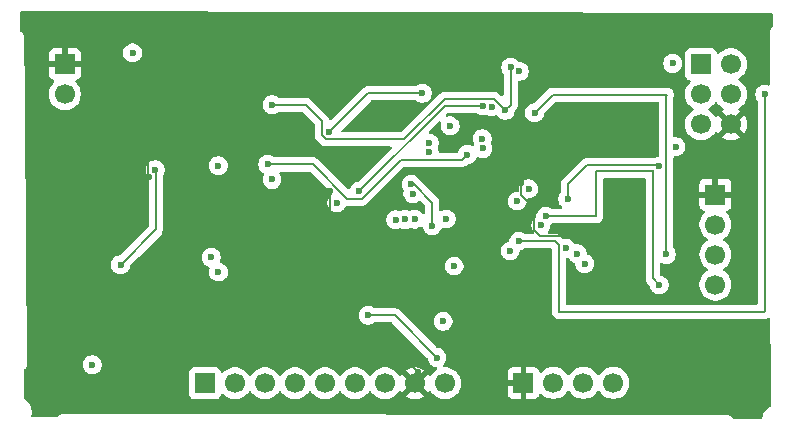
<source format=gbr>
%TF.GenerationSoftware,KiCad,Pcbnew,9.0.2*%
%TF.CreationDate,2025-06-26T23:30:40+05:30*%
%TF.ProjectId,MCU data logger,4d435520-6461-4746-9120-6c6f67676572,VERSION 1*%
%TF.SameCoordinates,Original*%
%TF.FileFunction,Copper,L4,Bot*%
%TF.FilePolarity,Positive*%
%FSLAX46Y46*%
G04 Gerber Fmt 4.6, Leading zero omitted, Abs format (unit mm)*
G04 Created by KiCad (PCBNEW 9.0.2) date 2025-06-26 23:30:40*
%MOMM*%
%LPD*%
G01*
G04 APERTURE LIST*
%TA.AperFunction,ComponentPad*%
%ADD10R,1.700000X1.700000*%
%TD*%
%TA.AperFunction,ComponentPad*%
%ADD11C,1.700000*%
%TD*%
%TA.AperFunction,ViaPad*%
%ADD12C,0.600000*%
%TD*%
%TA.AperFunction,Conductor*%
%ADD13C,0.200000*%
%TD*%
G04 APERTURE END LIST*
D10*
%TO.P,J3,1,Pin_1*%
%TO.N,GND*%
X150600000Y-78770000D03*
D11*
%TO.P,J3,2,Pin_2*%
%TO.N,/VCC*%
X153140000Y-78770000D03*
%TO.P,J3,3,Pin_3*%
%TO.N,/RX*%
X155680000Y-78770000D03*
%TO.P,J3,4,Pin_4*%
%TO.N,/TX*%
X158220000Y-78770000D03*
%TD*%
D10*
%TO.P,J4,1,Pin_1*%
%TO.N,/MISO*%
X165630000Y-51790000D03*
D11*
%TO.P,J4,2,Pin_2*%
%TO.N,/VCC*%
X168170000Y-51790000D03*
%TO.P,J4,3,Pin_3*%
%TO.N,/SCK*%
X165630000Y-54330000D03*
%TO.P,J4,4,Pin_4*%
%TO.N,/MOSI*%
X168170000Y-54330000D03*
%TO.P,J4,5,Pin_5*%
%TO.N,/RESET*%
X165630000Y-56870000D03*
%TO.P,J4,6,Pin_6*%
%TO.N,GND*%
X168170000Y-56870000D03*
%TD*%
D10*
%TO.P,BT1,1,Pin_1*%
%TO.N,GND*%
X111770000Y-51785000D03*
D11*
%TO.P,BT1,2,Pin_2*%
%TO.N,/VCC*%
X111770000Y-54325000D03*
%TD*%
D10*
%TO.P,J1,1,Pin_1*%
%TO.N,GND*%
X166850000Y-62830000D03*
D11*
%TO.P,J1,2,Pin_2*%
%TO.N,/VCC*%
X166850000Y-65370000D03*
%TO.P,J1,3,Pin_3*%
%TO.N,/SDA*%
X166850000Y-67910000D03*
%TO.P,J1,4,Pin_4*%
%TO.N,/SCK*%
X166850000Y-70450000D03*
%TD*%
D10*
%TO.P,J2,1,Pin_1*%
%TO.N,/D2*%
X123640000Y-78800000D03*
D11*
%TO.P,J2,2,Pin_2*%
%TO.N,/D3*%
X126180000Y-78800000D03*
%TO.P,J2,3,Pin_3*%
%TO.N,/D4*%
X128720000Y-78800000D03*
%TO.P,J2,4,Pin_4*%
%TO.N,/D5*%
X131260000Y-78800000D03*
%TO.P,J2,5,Pin_5*%
%TO.N,/D6*%
X133800000Y-78800000D03*
%TO.P,J2,6,Pin_6*%
%TO.N,/D7*%
X136340000Y-78800000D03*
%TO.P,J2,7,Pin_7*%
%TO.N,/D8*%
X138880000Y-78800000D03*
%TO.P,J2,8,Pin_8*%
%TO.N,GND*%
X141420000Y-78800000D03*
%TO.P,J2,9,Pin_9*%
%TO.N,/VCC*%
X143960000Y-78800000D03*
%TD*%
D12*
%TO.N,/VCC*%
X151030000Y-62340000D03*
X134140000Y-57550000D03*
X143280000Y-76620000D03*
X116480000Y-68770000D03*
X117500000Y-50830000D03*
X154350000Y-63200000D03*
X150059999Y-63368527D03*
X137450000Y-73030000D03*
X162089000Y-60420000D03*
X119434246Y-60723316D03*
X142040000Y-54240000D03*
%TO.N,GND*%
X131830000Y-59180000D03*
X119010000Y-55250000D03*
X122190000Y-58285000D03*
X132920000Y-67310000D03*
X118870000Y-61300000D03*
X113430000Y-51710000D03*
X118780000Y-59200000D03*
X134200000Y-66250000D03*
X130380000Y-51970000D03*
X128975735Y-52704265D03*
X150060000Y-60720000D03*
X134180000Y-62510000D03*
X150390000Y-61860000D03*
X157250000Y-66690000D03*
X138400000Y-73850000D03*
X131980000Y-56520000D03*
X145910000Y-61430000D03*
X136190000Y-67350000D03*
X146630000Y-60230000D03*
X147760001Y-60279451D03*
X120160000Y-55550000D03*
X164080000Y-66810000D03*
X145303890Y-62208472D03*
X140400000Y-61110000D03*
X164390000Y-62600000D03*
X141660000Y-77820000D03*
%TO.N,Net-(U4-PB6)*%
X143790000Y-73560000D03*
X141238000Y-62740000D03*
%TO.N,Net-(U4-PB7)*%
X144060000Y-64890000D03*
X142857468Y-65459203D03*
X141086037Y-61954565D03*
X144720000Y-68870000D03*
%TO.N,/SCK*%
X128950000Y-60269000D03*
X162090000Y-70470000D03*
X145850000Y-59430000D03*
X124760000Y-60370000D03*
X124770000Y-69380000D03*
X152500000Y-64640000D03*
%TO.N,Net-(D1-K)*%
X134800000Y-63530000D03*
X150237928Y-52381850D03*
%TO.N,Net-(D2-K)*%
X114090000Y-77220000D03*
X155780000Y-68670000D03*
%TO.N,/SDA*%
X129310000Y-61540000D03*
X149510000Y-52050000D03*
X162689000Y-67890000D03*
X149060000Y-55690000D03*
X151536382Y-55900000D03*
X129320000Y-55216765D03*
%TO.N,/D3*%
X142622902Y-58460102D03*
X140580526Y-64929072D03*
%TO.N,/D2*%
X139780656Y-64943627D03*
X144390000Y-57010000D03*
%TO.N,/D4*%
X141380000Y-64900000D03*
X142610000Y-59260000D03*
%TO.N,/TX*%
X154210000Y-67360000D03*
X147160000Y-58920000D03*
%TO.N,/RX*%
X147110000Y-58090000D03*
X149460000Y-67590000D03*
%TO.N,/RESET*%
X147910000Y-55380000D03*
X136670000Y-62554565D03*
X163490000Y-58780000D03*
X147160000Y-55300000D03*
%TO.N,/MOSI*%
X171020000Y-54330000D03*
X150210000Y-66760000D03*
%TO.N,/MISO*%
X163230000Y-51720000D03*
X152070000Y-65430000D03*
%TO.N,Net-(U3-SQW{slash}~INT)*%
X124170000Y-68150000D03*
X155150000Y-67820000D03*
%TD*%
D13*
%TO.N,/VCC*%
X155941436Y-60348621D02*
X161908621Y-60348621D01*
X161908621Y-60348621D02*
X162040000Y-60480000D01*
X154350000Y-63200000D02*
X154350000Y-61940057D01*
X154350000Y-61940057D02*
X155941436Y-60348621D01*
X139690000Y-73030000D02*
X143280000Y-76620000D01*
X116480000Y-68770000D02*
X119471000Y-65779000D01*
X162040000Y-60469000D02*
X162089000Y-60420000D01*
X119471000Y-60760070D02*
X119434246Y-60723316D01*
X119471000Y-65779000D02*
X119471000Y-60760070D01*
X137450000Y-73030000D02*
X139690000Y-73030000D01*
X162040000Y-60480000D02*
X162040000Y-60469000D01*
X137450000Y-54240000D02*
X134140000Y-57550000D01*
X142040000Y-54240000D02*
X137450000Y-54240000D01*
%TO.N,GND*%
X151469000Y-63927585D02*
X151469000Y-65859000D01*
X122190000Y-58285000D02*
X122190000Y-57580000D01*
X150390000Y-62848585D02*
X151469000Y-63927585D01*
X146609452Y-61430000D02*
X145910000Y-61430000D01*
X164080000Y-62910000D02*
X164390000Y-62600000D01*
X146630000Y-60230000D02*
X145970000Y-60890000D01*
X156919000Y-66359000D02*
X157250000Y-66690000D01*
X136190000Y-67350000D02*
X132960000Y-67350000D01*
X138400000Y-73850000D02*
X138400000Y-74560000D01*
X150060000Y-60720000D02*
X148571528Y-62208472D01*
X134180000Y-62510000D02*
X134180000Y-66230000D01*
X116970000Y-55250000D02*
X113430000Y-51710000D01*
X134180000Y-66230000D02*
X134200000Y-66250000D01*
X151969000Y-66359000D02*
X156919000Y-66359000D01*
X145970000Y-60890000D02*
X140620000Y-60890000D01*
X140620000Y-60890000D02*
X140400000Y-61110000D01*
X118780000Y-61210000D02*
X118780000Y-59200000D01*
X129710000Y-51970000D02*
X128975735Y-52704265D01*
X148571528Y-62208472D02*
X145303890Y-62208472D01*
X132960000Y-67350000D02*
X132920000Y-67310000D01*
X119010000Y-55250000D02*
X116970000Y-55250000D01*
X131830000Y-59180000D02*
X131830000Y-56670000D01*
X164080000Y-66810000D02*
X164080000Y-62910000D01*
X122190000Y-57580000D02*
X120160000Y-55550000D01*
X131830000Y-56670000D02*
X131980000Y-56520000D01*
X130380000Y-51970000D02*
X129710000Y-51970000D01*
X151469000Y-65859000D02*
X151969000Y-66359000D01*
X150390000Y-61860000D02*
X150390000Y-62848585D01*
X138400000Y-74560000D02*
X141660000Y-77820000D01*
X118870000Y-61300000D02*
X118780000Y-61210000D01*
X147760001Y-60279451D02*
X146609452Y-61430000D01*
%TO.N,Net-(U4-PB7)*%
X141086037Y-61954565D02*
X141302508Y-61954565D01*
X142857468Y-63509525D02*
X142857468Y-65459203D01*
X141302508Y-61954565D02*
X142857468Y-63509525D01*
%TO.N,/SCK*%
X161540000Y-60750000D02*
X161490000Y-60800000D01*
X161540000Y-69920000D02*
X161540000Y-60750000D01*
X156770000Y-60800000D02*
X156770000Y-64610000D01*
X136918943Y-63155565D02*
X135675508Y-63155565D01*
X140213508Y-59861000D02*
X136918943Y-63155565D01*
X145419000Y-59861000D02*
X140213508Y-59861000D01*
X135675508Y-63155565D02*
X132788943Y-60269000D01*
X156770000Y-64610000D02*
X156740000Y-64640000D01*
X162090000Y-70470000D02*
X161540000Y-69920000D01*
X132788943Y-60269000D02*
X128950000Y-60269000D01*
X145850000Y-59430000D02*
X145419000Y-59861000D01*
X156740000Y-64640000D02*
X152500000Y-64640000D01*
X161490000Y-60800000D02*
X156770000Y-60800000D01*
%TO.N,/SDA*%
X153066382Y-54370000D02*
X151536382Y-55900000D01*
X162689000Y-67890000D02*
X162689000Y-54421000D01*
X133539000Y-56596943D02*
X133539000Y-57798943D01*
X148078943Y-54699000D02*
X149060000Y-55680057D01*
X133891057Y-58151000D02*
X140506465Y-58151000D01*
X149060000Y-55680057D02*
X149060000Y-55690000D01*
X140506465Y-58151000D02*
X143958465Y-54699000D01*
X129320000Y-55216765D02*
X132158822Y-55216765D01*
X149510000Y-52050000D02*
X149510000Y-55240000D01*
X162740000Y-54370000D02*
X153066382Y-54370000D01*
X149510000Y-55240000D02*
X149060000Y-55690000D01*
X143958465Y-54699000D02*
X148078943Y-54699000D01*
X133539000Y-57798943D02*
X133891057Y-58151000D01*
X132158822Y-55216765D02*
X133539000Y-56596943D01*
X162689000Y-54421000D02*
X162740000Y-54370000D01*
%TO.N,/RESET*%
X136670000Y-62554565D02*
X143924565Y-55300000D01*
X143924565Y-55300000D02*
X147160000Y-55300000D01*
%TO.N,/MOSI*%
X153609000Y-67111057D02*
X153257943Y-66760000D01*
X170950000Y-72770000D02*
X153630000Y-72770000D01*
X153609000Y-72749000D02*
X153609000Y-67111057D01*
X171020000Y-54330000D02*
X171020000Y-72700000D01*
X153257943Y-66760000D02*
X150210000Y-66760000D01*
X171020000Y-72700000D02*
X170950000Y-72770000D01*
X153630000Y-72770000D02*
X153609000Y-72749000D01*
%TD*%
%TA.AperFunction,Conductor*%
%TO.N,GND*%
G36*
X166971444Y-54983999D02*
G01*
X167010484Y-55029054D01*
X167014591Y-55037115D01*
X167014951Y-55037820D01*
X167139890Y-55209786D01*
X167290213Y-55360109D01*
X167462179Y-55485048D01*
X167462181Y-55485049D01*
X167462184Y-55485051D01*
X167471493Y-55489794D01*
X167522290Y-55537766D01*
X167539087Y-55605587D01*
X167516552Y-55671722D01*
X167471505Y-55710760D01*
X167462446Y-55715376D01*
X167462440Y-55715380D01*
X167408282Y-55754727D01*
X167408282Y-55754728D01*
X168040591Y-56387037D01*
X167977007Y-56404075D01*
X167862993Y-56469901D01*
X167769901Y-56562993D01*
X167704075Y-56677007D01*
X167687037Y-56740591D01*
X167054728Y-56108282D01*
X167054727Y-56108282D01*
X167015380Y-56162440D01*
X167015376Y-56162446D01*
X167010760Y-56171505D01*
X166962781Y-56222297D01*
X166894959Y-56239087D01*
X166828826Y-56216543D01*
X166789794Y-56171493D01*
X166785051Y-56162184D01*
X166785049Y-56162181D01*
X166785048Y-56162179D01*
X166660109Y-55990213D01*
X166509786Y-55839890D01*
X166337820Y-55714951D01*
X166329600Y-55710763D01*
X166329054Y-55710485D01*
X166278259Y-55662512D01*
X166261463Y-55594692D01*
X166283999Y-55528556D01*
X166329054Y-55489515D01*
X166337816Y-55485051D01*
X166385710Y-55450254D01*
X166509786Y-55360109D01*
X166509788Y-55360106D01*
X166509792Y-55360104D01*
X166660104Y-55209792D01*
X166660106Y-55209788D01*
X166660109Y-55209786D01*
X166785048Y-55037820D01*
X166785047Y-55037820D01*
X166785051Y-55037816D01*
X166789514Y-55029054D01*
X166837488Y-54978259D01*
X166905308Y-54961463D01*
X166971444Y-54983999D01*
G37*
%TD.AperFunction*%
%TA.AperFunction,Conductor*%
G36*
X171605197Y-47446853D02*
G01*
X171672179Y-47466725D01*
X171717787Y-47519656D01*
X171728848Y-47571403D01*
X171724509Y-48549113D01*
X171704527Y-48616065D01*
X171676308Y-48646699D01*
X171672029Y-48650004D01*
X171671791Y-48650187D01*
X171671666Y-48650282D01*
X171625448Y-48696736D01*
X171625449Y-48696737D01*
X171625325Y-48696862D01*
X171579087Y-48743225D01*
X171578932Y-48743493D01*
X171578713Y-48743714D01*
X171578688Y-48743756D01*
X171578686Y-48743759D01*
X171546094Y-48800544D01*
X171546095Y-48800545D01*
X171546080Y-48800572D01*
X171513348Y-48857442D01*
X171513267Y-48857743D01*
X171513114Y-48858011D01*
X171513099Y-48858065D01*
X171513098Y-48858068D01*
X171496260Y-48921556D01*
X171496216Y-48921725D01*
X171479412Y-48984782D01*
X171479412Y-48985087D01*
X171479332Y-48985391D01*
X171479332Y-48985440D01*
X171479332Y-48985441D01*
X171479502Y-49051687D01*
X171479502Y-49051837D01*
X171485448Y-53470594D01*
X171465854Y-53537660D01*
X171413111Y-53583486D01*
X171343966Y-53593522D01*
X171313996Y-53585322D01*
X171253501Y-53560264D01*
X171253489Y-53560261D01*
X171098845Y-53529500D01*
X171098842Y-53529500D01*
X170941158Y-53529500D01*
X170941155Y-53529500D01*
X170786510Y-53560261D01*
X170786498Y-53560264D01*
X170640827Y-53620602D01*
X170640814Y-53620609D01*
X170509711Y-53708210D01*
X170509707Y-53708213D01*
X170398213Y-53819707D01*
X170398210Y-53819711D01*
X170310609Y-53950814D01*
X170310602Y-53950827D01*
X170250264Y-54096498D01*
X170250261Y-54096510D01*
X170219500Y-54251153D01*
X170219500Y-54408846D01*
X170250261Y-54563489D01*
X170250264Y-54563501D01*
X170310602Y-54709172D01*
X170310609Y-54709185D01*
X170398602Y-54840874D01*
X170419480Y-54907551D01*
X170419500Y-54909765D01*
X170419500Y-72045500D01*
X170399815Y-72112539D01*
X170347011Y-72158294D01*
X170295500Y-72169500D01*
X154333500Y-72169500D01*
X154266461Y-72149815D01*
X154220706Y-72097011D01*
X154209500Y-72045500D01*
X154209500Y-68278046D01*
X154218442Y-68247592D01*
X154225742Y-68216693D01*
X154228216Y-68214304D01*
X154229185Y-68211007D01*
X154253166Y-68190226D01*
X154276018Y-68168174D01*
X154280402Y-68166627D01*
X154281989Y-68165252D01*
X154309298Y-68156430D01*
X154318722Y-68154556D01*
X154388311Y-68160779D01*
X154443491Y-68203639D01*
X154446020Y-68207282D01*
X154528207Y-68330284D01*
X154528213Y-68330292D01*
X154639707Y-68441786D01*
X154639711Y-68441789D01*
X154770814Y-68529390D01*
X154770827Y-68529397D01*
X154902952Y-68584124D01*
X154957356Y-68627964D01*
X154979421Y-68694258D01*
X154979500Y-68698685D01*
X154979500Y-68748846D01*
X155010261Y-68903489D01*
X155010264Y-68903501D01*
X155070602Y-69049172D01*
X155070609Y-69049185D01*
X155158210Y-69180288D01*
X155158213Y-69180292D01*
X155269707Y-69291786D01*
X155269711Y-69291789D01*
X155400814Y-69379390D01*
X155400827Y-69379397D01*
X155498602Y-69419896D01*
X155546503Y-69439737D01*
X155701153Y-69470499D01*
X155701156Y-69470500D01*
X155701158Y-69470500D01*
X155858844Y-69470500D01*
X155858845Y-69470499D01*
X156013497Y-69439737D01*
X156159179Y-69379394D01*
X156290289Y-69291789D01*
X156401789Y-69180289D01*
X156489394Y-69049179D01*
X156549737Y-68903497D01*
X156580500Y-68748842D01*
X156580500Y-68591158D01*
X156580500Y-68591155D01*
X156580499Y-68591153D01*
X156568173Y-68529185D01*
X156549737Y-68436503D01*
X156549735Y-68436498D01*
X156489397Y-68290827D01*
X156489390Y-68290814D01*
X156401789Y-68159711D01*
X156401786Y-68159707D01*
X156290292Y-68048213D01*
X156290288Y-68048210D01*
X156159185Y-67960609D01*
X156159176Y-67960604D01*
X156027047Y-67905875D01*
X155972644Y-67862034D01*
X155950579Y-67795740D01*
X155950500Y-67791314D01*
X155950500Y-67741155D01*
X155950499Y-67741153D01*
X155922593Y-67600862D01*
X155919737Y-67586503D01*
X155908966Y-67560500D01*
X155859397Y-67440827D01*
X155859390Y-67440814D01*
X155771789Y-67309711D01*
X155771786Y-67309707D01*
X155660292Y-67198213D01*
X155660288Y-67198210D01*
X155529185Y-67110609D01*
X155529172Y-67110602D01*
X155383501Y-67050264D01*
X155383489Y-67050261D01*
X155228845Y-67019500D01*
X155228842Y-67019500D01*
X155071158Y-67019500D01*
X155071157Y-67019500D01*
X155041270Y-67025444D01*
X154971679Y-67019215D01*
X154916502Y-66976350D01*
X154913980Y-66972717D01*
X154831789Y-66849711D01*
X154831786Y-66849707D01*
X154720292Y-66738213D01*
X154720288Y-66738210D01*
X154589185Y-66650609D01*
X154589172Y-66650602D01*
X154443501Y-66590264D01*
X154443489Y-66590261D01*
X154288845Y-66559500D01*
X154288842Y-66559500D01*
X154131158Y-66559500D01*
X154131153Y-66559500D01*
X154008927Y-66583812D01*
X153939335Y-66577585D01*
X153897055Y-66549876D01*
X153626660Y-66279481D01*
X153626652Y-66279475D01*
X153539120Y-66228939D01*
X153539119Y-66228939D01*
X153518244Y-66216887D01*
X153489728Y-66200423D01*
X153337000Y-66159499D01*
X153178886Y-66159499D01*
X153171290Y-66159499D01*
X153171274Y-66159500D01*
X152771941Y-66159500D01*
X152704902Y-66139815D01*
X152659147Y-66087011D01*
X152649203Y-66017853D01*
X152678228Y-65954297D01*
X152684260Y-65947819D01*
X152691786Y-65940292D01*
X152691789Y-65940289D01*
X152779394Y-65809179D01*
X152839737Y-65663497D01*
X152870500Y-65508842D01*
X152870500Y-65421472D01*
X152872736Y-65413854D01*
X152871467Y-65406018D01*
X152882440Y-65380808D01*
X152890185Y-65354433D01*
X152896894Y-65347602D01*
X152899353Y-65341954D01*
X152925606Y-65318371D01*
X153010289Y-65261789D01*
X153010288Y-65261789D01*
X153010876Y-65261397D01*
X153077554Y-65240520D01*
X153079766Y-65240500D01*
X156653331Y-65240500D01*
X156653347Y-65240501D01*
X156660943Y-65240501D01*
X156819054Y-65240501D01*
X156819057Y-65240501D01*
X156971785Y-65199577D01*
X157035884Y-65162569D01*
X157108716Y-65120520D01*
X157220520Y-65008716D01*
X157250520Y-64978716D01*
X157329577Y-64841784D01*
X157359534Y-64729981D01*
X157370500Y-64689058D01*
X157370500Y-64530943D01*
X157370500Y-61524500D01*
X157390185Y-61457461D01*
X157442989Y-61411706D01*
X157494500Y-61400500D01*
X160815500Y-61400500D01*
X160882539Y-61420185D01*
X160928294Y-61472989D01*
X160939500Y-61524500D01*
X160939500Y-69833330D01*
X160939499Y-69833348D01*
X160939499Y-69999054D01*
X160939498Y-69999054D01*
X160979873Y-70149735D01*
X160980423Y-70151785D01*
X160997001Y-70180499D01*
X160997003Y-70180501D01*
X161059479Y-70288714D01*
X161059481Y-70288717D01*
X161178349Y-70407585D01*
X161178355Y-70407590D01*
X161255425Y-70484660D01*
X161288910Y-70545983D01*
X161289361Y-70548149D01*
X161320261Y-70703491D01*
X161320264Y-70703501D01*
X161380602Y-70849172D01*
X161380609Y-70849185D01*
X161468210Y-70980288D01*
X161468213Y-70980292D01*
X161579707Y-71091786D01*
X161579711Y-71091789D01*
X161710814Y-71179390D01*
X161710827Y-71179397D01*
X161856498Y-71239735D01*
X161856503Y-71239737D01*
X162011153Y-71270499D01*
X162011156Y-71270500D01*
X162011158Y-71270500D01*
X162168844Y-71270500D01*
X162168845Y-71270499D01*
X162323497Y-71239737D01*
X162469179Y-71179394D01*
X162600289Y-71091789D01*
X162711789Y-70980289D01*
X162799394Y-70849179D01*
X162859737Y-70703497D01*
X162890500Y-70548842D01*
X162890500Y-70391158D01*
X162890500Y-70391155D01*
X162890499Y-70391153D01*
X162859737Y-70236503D01*
X162859735Y-70236498D01*
X162799397Y-70090827D01*
X162799390Y-70090814D01*
X162711789Y-69959711D01*
X162711786Y-69959707D01*
X162600292Y-69848213D01*
X162600288Y-69848210D01*
X162469185Y-69760609D01*
X162469172Y-69760602D01*
X162323501Y-69700264D01*
X162323491Y-69700261D01*
X162240308Y-69683715D01*
X162178397Y-69651330D01*
X162143823Y-69590614D01*
X162140500Y-69562098D01*
X162140500Y-68714838D01*
X162160185Y-68647799D01*
X162212989Y-68602044D01*
X162282147Y-68592100D01*
X162311952Y-68600277D01*
X162426682Y-68647799D01*
X162455503Y-68659737D01*
X162588918Y-68686275D01*
X162610153Y-68690499D01*
X162610156Y-68690500D01*
X162610158Y-68690500D01*
X162767844Y-68690500D01*
X162767845Y-68690499D01*
X162922497Y-68659737D01*
X163041939Y-68610263D01*
X163068172Y-68599397D01*
X163068172Y-68599396D01*
X163068179Y-68599394D01*
X163199289Y-68511789D01*
X163310789Y-68400289D01*
X163398394Y-68269179D01*
X163458737Y-68123497D01*
X163489500Y-67968842D01*
X163489500Y-67811158D01*
X163489500Y-67811155D01*
X163489499Y-67811153D01*
X163461192Y-67668846D01*
X163458737Y-67656503D01*
X163429745Y-67586510D01*
X163398397Y-67510827D01*
X163398390Y-67510814D01*
X163310398Y-67379125D01*
X163289520Y-67312447D01*
X163289500Y-67310234D01*
X163289500Y-65263713D01*
X165499500Y-65263713D01*
X165499500Y-65476286D01*
X165530139Y-65669737D01*
X165532754Y-65686243D01*
X165588579Y-65858055D01*
X165598444Y-65888414D01*
X165694951Y-66077820D01*
X165819890Y-66249786D01*
X165970213Y-66400109D01*
X166142182Y-66525050D01*
X166150946Y-66529516D01*
X166201742Y-66577491D01*
X166218536Y-66645312D01*
X166195998Y-66711447D01*
X166150946Y-66750484D01*
X166142182Y-66754949D01*
X165970213Y-66879890D01*
X165819890Y-67030213D01*
X165694951Y-67202179D01*
X165598444Y-67391585D01*
X165532753Y-67593760D01*
X165509408Y-67741155D01*
X165499500Y-67803713D01*
X165499500Y-68016287D01*
X165506520Y-68060609D01*
X165530464Y-68211789D01*
X165532754Y-68226243D01*
X165589306Y-68400292D01*
X165598444Y-68428414D01*
X165694951Y-68617820D01*
X165819890Y-68789786D01*
X165970213Y-68940109D01*
X166142182Y-69065050D01*
X166150946Y-69069516D01*
X166201742Y-69117491D01*
X166218536Y-69185312D01*
X166195998Y-69251447D01*
X166150946Y-69290484D01*
X166142182Y-69294949D01*
X165970213Y-69419890D01*
X165819890Y-69570213D01*
X165694951Y-69742179D01*
X165598444Y-69931585D01*
X165532753Y-70133760D01*
X165499500Y-70343713D01*
X165499500Y-70556286D01*
X165522816Y-70703501D01*
X165532754Y-70766243D01*
X165559699Y-70849172D01*
X165598444Y-70968414D01*
X165694951Y-71157820D01*
X165819890Y-71329786D01*
X165970213Y-71480109D01*
X166142179Y-71605048D01*
X166142181Y-71605049D01*
X166142184Y-71605051D01*
X166331588Y-71701557D01*
X166533757Y-71767246D01*
X166743713Y-71800500D01*
X166743714Y-71800500D01*
X166956286Y-71800500D01*
X166956287Y-71800500D01*
X167166243Y-71767246D01*
X167368412Y-71701557D01*
X167557816Y-71605051D01*
X167579789Y-71589086D01*
X167729786Y-71480109D01*
X167729788Y-71480106D01*
X167729792Y-71480104D01*
X167880104Y-71329792D01*
X167880106Y-71329788D01*
X167880109Y-71329786D01*
X168005048Y-71157820D01*
X168005047Y-71157820D01*
X168005051Y-71157816D01*
X168101557Y-70968412D01*
X168167246Y-70766243D01*
X168200500Y-70556287D01*
X168200500Y-70343713D01*
X168167246Y-70133757D01*
X168101557Y-69931588D01*
X168005051Y-69742184D01*
X168005049Y-69742181D01*
X168005048Y-69742179D01*
X167880109Y-69570213D01*
X167729786Y-69419890D01*
X167557820Y-69294951D01*
X167551608Y-69291786D01*
X167549054Y-69290485D01*
X167498259Y-69242512D01*
X167481463Y-69174692D01*
X167503999Y-69108556D01*
X167549054Y-69069515D01*
X167557816Y-69065051D01*
X167579789Y-69049086D01*
X167729786Y-68940109D01*
X167729788Y-68940106D01*
X167729792Y-68940104D01*
X167880104Y-68789792D01*
X167880106Y-68789788D01*
X167880109Y-68789786D01*
X168005048Y-68617820D01*
X168005047Y-68617820D01*
X168005051Y-68617816D01*
X168101557Y-68428412D01*
X168167246Y-68226243D01*
X168200500Y-68016287D01*
X168200500Y-67803713D01*
X168167246Y-67593757D01*
X168101557Y-67391588D01*
X168005051Y-67202184D01*
X168005049Y-67202181D01*
X168005048Y-67202179D01*
X167880109Y-67030213D01*
X167729786Y-66879890D01*
X167557820Y-66754951D01*
X167557115Y-66754591D01*
X167549054Y-66750485D01*
X167498259Y-66702512D01*
X167481463Y-66634692D01*
X167503999Y-66568556D01*
X167549054Y-66529515D01*
X167557816Y-66525051D01*
X167579789Y-66509086D01*
X167729786Y-66400109D01*
X167729788Y-66400106D01*
X167729792Y-66400104D01*
X167880104Y-66249792D01*
X167880106Y-66249788D01*
X167880109Y-66249786D01*
X167998370Y-66087011D01*
X168005051Y-66077816D01*
X168101557Y-65888412D01*
X168167246Y-65686243D01*
X168200500Y-65476287D01*
X168200500Y-65263713D01*
X168167246Y-65053757D01*
X168101557Y-64851588D01*
X168005051Y-64662184D01*
X168005049Y-64662181D01*
X168005048Y-64662179D01*
X167880109Y-64490213D01*
X167766181Y-64376285D01*
X167732696Y-64314962D01*
X167737680Y-64245270D01*
X167779552Y-64189337D01*
X167810529Y-64172422D01*
X167942086Y-64123354D01*
X167942093Y-64123350D01*
X168057187Y-64037190D01*
X168057190Y-64037187D01*
X168143350Y-63922093D01*
X168143354Y-63922086D01*
X168193596Y-63787379D01*
X168193598Y-63787372D01*
X168199999Y-63727844D01*
X168200000Y-63727827D01*
X168200000Y-63080000D01*
X167283012Y-63080000D01*
X167315925Y-63022993D01*
X167350000Y-62895826D01*
X167350000Y-62764174D01*
X167315925Y-62637007D01*
X167283012Y-62580000D01*
X168200000Y-62580000D01*
X168200000Y-61932172D01*
X168199999Y-61932155D01*
X168193598Y-61872627D01*
X168193596Y-61872620D01*
X168143354Y-61737913D01*
X168143350Y-61737906D01*
X168057190Y-61622812D01*
X168057187Y-61622809D01*
X167942093Y-61536649D01*
X167942086Y-61536645D01*
X167807379Y-61486403D01*
X167807372Y-61486401D01*
X167747844Y-61480000D01*
X167100000Y-61480000D01*
X167100000Y-62396988D01*
X167042993Y-62364075D01*
X166915826Y-62330000D01*
X166784174Y-62330000D01*
X166657007Y-62364075D01*
X166600000Y-62396988D01*
X166600000Y-61480000D01*
X165952155Y-61480000D01*
X165892627Y-61486401D01*
X165892620Y-61486403D01*
X165757913Y-61536645D01*
X165757906Y-61536649D01*
X165642812Y-61622809D01*
X165642809Y-61622812D01*
X165556649Y-61737906D01*
X165556645Y-61737913D01*
X165506403Y-61872620D01*
X165506401Y-61872627D01*
X165500000Y-61932155D01*
X165500000Y-62580000D01*
X166416988Y-62580000D01*
X166384075Y-62637007D01*
X166350000Y-62764174D01*
X166350000Y-62895826D01*
X166384075Y-63022993D01*
X166416988Y-63080000D01*
X165500000Y-63080000D01*
X165500000Y-63727844D01*
X165506401Y-63787372D01*
X165506403Y-63787379D01*
X165556645Y-63922086D01*
X165556649Y-63922093D01*
X165642809Y-64037187D01*
X165642812Y-64037190D01*
X165757906Y-64123350D01*
X165757913Y-64123354D01*
X165889470Y-64172422D01*
X165945404Y-64214293D01*
X165969821Y-64279758D01*
X165954969Y-64348031D01*
X165933819Y-64376285D01*
X165819889Y-64490215D01*
X165694951Y-64662179D01*
X165598444Y-64851585D01*
X165532753Y-65053760D01*
X165499500Y-65263713D01*
X163289500Y-65263713D01*
X163289500Y-59704500D01*
X163309185Y-59637461D01*
X163361989Y-59591706D01*
X163413500Y-59580500D01*
X163568844Y-59580500D01*
X163568845Y-59580499D01*
X163723497Y-59549737D01*
X163869179Y-59489394D01*
X164000289Y-59401789D01*
X164111789Y-59290289D01*
X164199394Y-59159179D01*
X164259737Y-59013497D01*
X164290500Y-58858842D01*
X164290500Y-58701158D01*
X164290500Y-58701155D01*
X164290499Y-58701153D01*
X164271178Y-58604021D01*
X164259737Y-58546503D01*
X164257386Y-58540828D01*
X164199397Y-58400827D01*
X164199390Y-58400814D01*
X164111789Y-58269711D01*
X164111786Y-58269707D01*
X164000292Y-58158213D01*
X164000288Y-58158210D01*
X163869185Y-58070609D01*
X163869172Y-58070602D01*
X163723501Y-58010264D01*
X163723489Y-58010261D01*
X163568845Y-57979500D01*
X163568842Y-57979500D01*
X163413500Y-57979500D01*
X163346461Y-57959815D01*
X163300706Y-57907011D01*
X163289500Y-57855500D01*
X163289500Y-54650778D01*
X163297673Y-54609689D01*
X163297473Y-54609636D01*
X163298292Y-54606576D01*
X163298940Y-54603323D01*
X163299572Y-54601792D01*
X163299577Y-54601785D01*
X163340501Y-54449057D01*
X163340501Y-54290943D01*
X163299577Y-54138215D01*
X163270639Y-54088095D01*
X163220520Y-54001284D01*
X163108716Y-53889480D01*
X163108714Y-53889479D01*
X163108709Y-53889475D01*
X162997607Y-53825331D01*
X162997606Y-53825330D01*
X162997606Y-53825331D01*
X162971785Y-53810423D01*
X162957473Y-53806588D01*
X162819057Y-53769499D01*
X162660943Y-53769499D01*
X162653347Y-53769499D01*
X162653331Y-53769500D01*
X153153052Y-53769500D01*
X153153036Y-53769499D01*
X153145440Y-53769499D01*
X152987325Y-53769499D01*
X152910961Y-53789961D01*
X152834596Y-53810423D01*
X152834591Y-53810426D01*
X152697672Y-53889475D01*
X152697664Y-53889481D01*
X151521721Y-55065425D01*
X151460398Y-55098910D01*
X151458232Y-55099361D01*
X151302890Y-55130261D01*
X151302880Y-55130264D01*
X151157209Y-55190602D01*
X151157196Y-55190609D01*
X151026093Y-55278210D01*
X151026089Y-55278213D01*
X150914595Y-55389707D01*
X150914592Y-55389711D01*
X150826991Y-55520814D01*
X150826984Y-55520827D01*
X150766646Y-55666498D01*
X150766643Y-55666510D01*
X150735882Y-55821153D01*
X150735882Y-55978846D01*
X150766643Y-56133489D01*
X150766646Y-56133501D01*
X150826984Y-56279172D01*
X150826991Y-56279185D01*
X150914592Y-56410288D01*
X150914595Y-56410292D01*
X151026089Y-56521786D01*
X151026093Y-56521789D01*
X151157196Y-56609390D01*
X151157209Y-56609397D01*
X151285145Y-56662389D01*
X151302885Y-56669737D01*
X151457535Y-56700499D01*
X151457538Y-56700500D01*
X151457540Y-56700500D01*
X151615226Y-56700500D01*
X151615227Y-56700499D01*
X151769879Y-56669737D01*
X151915561Y-56609394D01*
X152046671Y-56521789D01*
X152158171Y-56410289D01*
X152245776Y-56279179D01*
X152306119Y-56133497D01*
X152335358Y-55986503D01*
X152337020Y-55978150D01*
X152369405Y-55916239D01*
X152370898Y-55914718D01*
X153278799Y-55006819D01*
X153340122Y-54973334D01*
X153366480Y-54970500D01*
X161964500Y-54970500D01*
X162031539Y-54990185D01*
X162077294Y-55042989D01*
X162088500Y-55094500D01*
X162088500Y-59502152D01*
X162068815Y-59569191D01*
X162016011Y-59614946D01*
X161988692Y-59623769D01*
X161855508Y-59650261D01*
X161855498Y-59650264D01*
X161709827Y-59710602D01*
X161709814Y-59710609D01*
X161684951Y-59727223D01*
X161618273Y-59748101D01*
X161616060Y-59748121D01*
X155862376Y-59748121D01*
X155821455Y-59759085D01*
X155821455Y-59759086D01*
X155784187Y-59769072D01*
X155709650Y-59789044D01*
X155709645Y-59789047D01*
X155572726Y-59868096D01*
X155572718Y-59868102D01*
X153869481Y-61571339D01*
X153869477Y-61571344D01*
X153850586Y-61604067D01*
X153850585Y-61604069D01*
X153790423Y-61708272D01*
X153749499Y-61861000D01*
X153749499Y-61861002D01*
X153749499Y-62029103D01*
X153749500Y-62029116D01*
X153749500Y-62620234D01*
X153729815Y-62687273D01*
X153728602Y-62689125D01*
X153640609Y-62820814D01*
X153640602Y-62820827D01*
X153580264Y-62966498D01*
X153580261Y-62966510D01*
X153549500Y-63121153D01*
X153549500Y-63278846D01*
X153580261Y-63433489D01*
X153580264Y-63433501D01*
X153640602Y-63579172D01*
X153640609Y-63579185D01*
X153728210Y-63710288D01*
X153728213Y-63710292D01*
X153844018Y-63826097D01*
X153842517Y-63827597D01*
X153876437Y-63877400D01*
X153878303Y-63947244D01*
X153842112Y-64007011D01*
X153779354Y-64037723D01*
X153758435Y-64039500D01*
X153079766Y-64039500D01*
X153012727Y-64019815D01*
X153010875Y-64018602D01*
X152879185Y-63930609D01*
X152879172Y-63930602D01*
X152733501Y-63870264D01*
X152733489Y-63870261D01*
X152578845Y-63839500D01*
X152578842Y-63839500D01*
X152421158Y-63839500D01*
X152421155Y-63839500D01*
X152266510Y-63870261D01*
X152266498Y-63870264D01*
X152120827Y-63930602D01*
X152120814Y-63930609D01*
X151989711Y-64018210D01*
X151989707Y-64018213D01*
X151878213Y-64129707D01*
X151878210Y-64129711D01*
X151790609Y-64260814D01*
X151790602Y-64260827D01*
X151730264Y-64406498D01*
X151730261Y-64406510D01*
X151699500Y-64561153D01*
X151699500Y-64648527D01*
X151679815Y-64715566D01*
X151644391Y-64751629D01*
X151559711Y-64808210D01*
X151559707Y-64808213D01*
X151448213Y-64919707D01*
X151448210Y-64919711D01*
X151360609Y-65050814D01*
X151360602Y-65050827D01*
X151300264Y-65196498D01*
X151300261Y-65196510D01*
X151269500Y-65351153D01*
X151269500Y-65508846D01*
X151300261Y-65663489D01*
X151300264Y-65663501D01*
X151360602Y-65809172D01*
X151360609Y-65809185D01*
X151448210Y-65940288D01*
X151448213Y-65940292D01*
X151455740Y-65947819D01*
X151489225Y-66009142D01*
X151484241Y-66078834D01*
X151442369Y-66134767D01*
X151376905Y-66159184D01*
X151368059Y-66159500D01*
X150789766Y-66159500D01*
X150722727Y-66139815D01*
X150720875Y-66138602D01*
X150589185Y-66050609D01*
X150589172Y-66050602D01*
X150443501Y-65990264D01*
X150443489Y-65990261D01*
X150288845Y-65959500D01*
X150288842Y-65959500D01*
X150131158Y-65959500D01*
X150131155Y-65959500D01*
X149976510Y-65990261D01*
X149976498Y-65990264D01*
X149830827Y-66050602D01*
X149830814Y-66050609D01*
X149699711Y-66138210D01*
X149699707Y-66138213D01*
X149588213Y-66249707D01*
X149588210Y-66249711D01*
X149500609Y-66380814D01*
X149500602Y-66380827D01*
X149440264Y-66526498D01*
X149440261Y-66526510D01*
X149409500Y-66681153D01*
X149409500Y-66682098D01*
X149409360Y-66682573D01*
X149408903Y-66687218D01*
X149408022Y-66687131D01*
X149389815Y-66749137D01*
X149337011Y-66794892D01*
X149309692Y-66803715D01*
X149226508Y-66820261D01*
X149226498Y-66820264D01*
X149080827Y-66880602D01*
X149080814Y-66880609D01*
X148949711Y-66968210D01*
X148949707Y-66968213D01*
X148838213Y-67079707D01*
X148838210Y-67079711D01*
X148750609Y-67210814D01*
X148750602Y-67210827D01*
X148690264Y-67356498D01*
X148690261Y-67356510D01*
X148659500Y-67511153D01*
X148659500Y-67668846D01*
X148690261Y-67823489D01*
X148690264Y-67823501D01*
X148750602Y-67969172D01*
X148750609Y-67969185D01*
X148838210Y-68100288D01*
X148838213Y-68100292D01*
X148949707Y-68211786D01*
X148949711Y-68211789D01*
X149080814Y-68299390D01*
X149080827Y-68299397D01*
X149226440Y-68359711D01*
X149226503Y-68359737D01*
X149345912Y-68383489D01*
X149381153Y-68390499D01*
X149381156Y-68390500D01*
X149381158Y-68390500D01*
X149538844Y-68390500D01*
X149538845Y-68390499D01*
X149693497Y-68359737D01*
X149839179Y-68299394D01*
X149970289Y-68211789D01*
X150081789Y-68100289D01*
X150169394Y-67969179D01*
X150169506Y-67968910D01*
X150203130Y-67887732D01*
X150229737Y-67823497D01*
X150260500Y-67668842D01*
X150260500Y-67667901D01*
X150260639Y-67667424D01*
X150261097Y-67662782D01*
X150261977Y-67662868D01*
X150280185Y-67600862D01*
X150332989Y-67555107D01*
X150360301Y-67546285D01*
X150443497Y-67529737D01*
X150589179Y-67469394D01*
X150589185Y-67469390D01*
X150720875Y-67381398D01*
X150787553Y-67360520D01*
X150789766Y-67360500D01*
X152884500Y-67360500D01*
X152951539Y-67380185D01*
X152997294Y-67432989D01*
X153008500Y-67484500D01*
X153008500Y-72662330D01*
X153008499Y-72662348D01*
X153008499Y-72828054D01*
X153008498Y-72828054D01*
X153049423Y-72980785D01*
X153078358Y-73030900D01*
X153078359Y-73030904D01*
X153078360Y-73030904D01*
X153128480Y-73117716D01*
X153149480Y-73138716D01*
X153261284Y-73250520D01*
X153261286Y-73250521D01*
X153261290Y-73250524D01*
X153347922Y-73300540D01*
X153398216Y-73329577D01*
X153510019Y-73359534D01*
X153550942Y-73370500D01*
X153550943Y-73370500D01*
X170863331Y-73370500D01*
X170863347Y-73370501D01*
X170870943Y-73370501D01*
X171029054Y-73370501D01*
X171029057Y-73370501D01*
X171181785Y-73329577D01*
X171232147Y-73300500D01*
X171318716Y-73250520D01*
X171318905Y-73250330D01*
X171326132Y-73246152D01*
X171352479Y-73239741D01*
X171377765Y-73229938D01*
X171385928Y-73231603D01*
X171394021Y-73229635D01*
X171419650Y-73238485D01*
X171446224Y-73243909D01*
X171452189Y-73249723D01*
X171460063Y-73252442D01*
X171476839Y-73273745D01*
X171496262Y-73292674D01*
X171498524Y-73301282D01*
X171503291Y-73307335D01*
X171505123Y-73326390D01*
X171512204Y-73353331D01*
X171517803Y-77514017D01*
X171517033Y-77527982D01*
X171516727Y-77530706D01*
X171517887Y-77591015D01*
X171517909Y-77592137D01*
X171517992Y-77653532D01*
X171519174Y-77657921D01*
X171519262Y-77662471D01*
X171535991Y-77720426D01*
X171536301Y-77721500D01*
X171552271Y-77780780D01*
X171554549Y-77784715D01*
X171555810Y-77789080D01*
X171555811Y-77789082D01*
X171555812Y-77789084D01*
X171576484Y-77823351D01*
X171594307Y-77887952D01*
X171582076Y-80643967D01*
X171562094Y-80710919D01*
X171514373Y-80753901D01*
X171428388Y-80797713D01*
X171262786Y-80918028D01*
X171118028Y-81062786D01*
X170997715Y-81228386D01*
X170904781Y-81410778D01*
X170841522Y-81605467D01*
X170829400Y-81682001D01*
X170799470Y-81745135D01*
X170740158Y-81782065D01*
X170706728Y-81786601D01*
X168378181Y-81782860D01*
X168370879Y-81780703D01*
X168363371Y-81781948D01*
X168337841Y-81770944D01*
X168311173Y-81763068D01*
X168304589Y-81756613D01*
X168299207Y-81754294D01*
X168284761Y-81737176D01*
X168275527Y-81728123D01*
X168273135Y-81724571D01*
X168260500Y-81702686D01*
X168254061Y-81696247D01*
X168247368Y-81686308D01*
X168247358Y-81686278D01*
X168247106Y-81685976D01*
X168244788Y-81683847D01*
X168206392Y-81648578D01*
X168167314Y-81609500D01*
X168157987Y-81604115D01*
X168150053Y-81596827D01*
X168150049Y-81596825D01*
X168103382Y-81572460D01*
X168103382Y-81572459D01*
X168101038Y-81571235D01*
X168053186Y-81543608D01*
X168042782Y-81540820D01*
X168033232Y-81535834D01*
X168033230Y-81535833D01*
X167981841Y-81524374D01*
X167981841Y-81524375D01*
X167979268Y-81523801D01*
X167925892Y-81509500D01*
X167915123Y-81509500D01*
X167904601Y-81507154D01*
X167852009Y-81509388D01*
X167846749Y-81509500D01*
X166820598Y-81509500D01*
X111635708Y-81414404D01*
X111635708Y-81414403D01*
X111623595Y-81414382D01*
X111606915Y-81411064D01*
X111557943Y-81414270D01*
X111553772Y-81414263D01*
X111553771Y-81414262D01*
X111508839Y-81414186D01*
X111508830Y-81414187D01*
X111504083Y-81415451D01*
X111504082Y-81415450D01*
X111492381Y-81418563D01*
X111475413Y-81419675D01*
X111428936Y-81435447D01*
X111424901Y-81436521D01*
X111424900Y-81436520D01*
X111381485Y-81448074D01*
X111377218Y-81450528D01*
X111370309Y-81454500D01*
X111366730Y-81456559D01*
X111350620Y-81462027D01*
X111309802Y-81489296D01*
X111306192Y-81491372D01*
X111306190Y-81491372D01*
X111267241Y-81513770D01*
X111263761Y-81517239D01*
X111245127Y-81532503D01*
X111241043Y-81535231D01*
X111241039Y-81535234D01*
X111211410Y-81569015D01*
X111205721Y-81575079D01*
X111173891Y-81606799D01*
X111171424Y-81611056D01*
X111161809Y-81625271D01*
X111159658Y-81628019D01*
X111154142Y-81634310D01*
X111153128Y-81636365D01*
X111147797Y-81643179D01*
X111123015Y-81660917D01*
X111099622Y-81680466D01*
X111094109Y-81681608D01*
X111090983Y-81683847D01*
X111080872Y-81684353D01*
X111049940Y-81690767D01*
X109063975Y-81687576D01*
X108996967Y-81667784D01*
X108951297Y-81614906D01*
X108941465Y-81545732D01*
X108941701Y-81544178D01*
X108943023Y-81535833D01*
X108970500Y-81362352D01*
X108970500Y-81157648D01*
X108938477Y-80955466D01*
X108875220Y-80760781D01*
X108875218Y-80760778D01*
X108875218Y-80760776D01*
X108815700Y-80643967D01*
X108782287Y-80578390D01*
X108716384Y-80487681D01*
X108661971Y-80412786D01*
X108517219Y-80268034D01*
X108365287Y-80157650D01*
X108322622Y-80102321D01*
X108314181Y-80058621D01*
X108290060Y-77724044D01*
X108291053Y-77720529D01*
X108290188Y-77716977D01*
X108300480Y-77687150D01*
X108309051Y-77656807D01*
X108312136Y-77653374D01*
X108312980Y-77650930D01*
X108321589Y-77642857D01*
X108337313Y-77625364D01*
X108344123Y-77619998D01*
X108345400Y-77619424D01*
X108360673Y-77606958D01*
X108361483Y-77606321D01*
X108362073Y-77606084D01*
X108375184Y-77596942D01*
X108391199Y-77587487D01*
X108391199Y-77587486D01*
X108391204Y-77587484D01*
X108413127Y-77565128D01*
X108423234Y-77555902D01*
X108447500Y-77536101D01*
X108463874Y-77513382D01*
X108483477Y-77493394D01*
X108502236Y-77460157D01*
X108524555Y-77429192D01*
X108534490Y-77403011D01*
X108548253Y-77378629D01*
X108557771Y-77341669D01*
X108571315Y-77305982D01*
X108574136Y-77278123D01*
X108581119Y-77251008D01*
X108580746Y-77212840D01*
X108584592Y-77174869D01*
X108581611Y-77156498D01*
X108580300Y-77141153D01*
X113289500Y-77141153D01*
X113289500Y-77298846D01*
X113320261Y-77453489D01*
X113320264Y-77453501D01*
X113380602Y-77599172D01*
X113380609Y-77599185D01*
X113468210Y-77730288D01*
X113468213Y-77730292D01*
X113579707Y-77841786D01*
X113579711Y-77841789D01*
X113710814Y-77929390D01*
X113710827Y-77929397D01*
X113826105Y-77977146D01*
X113856503Y-77989737D01*
X114011153Y-78020499D01*
X114011156Y-78020500D01*
X114011158Y-78020500D01*
X114168844Y-78020500D01*
X114168845Y-78020499D01*
X114323497Y-77989737D01*
X114469179Y-77929394D01*
X114509975Y-77902135D01*
X122289500Y-77902135D01*
X122289500Y-79697870D01*
X122289501Y-79697876D01*
X122295908Y-79757483D01*
X122346202Y-79892328D01*
X122346206Y-79892335D01*
X122432452Y-80007544D01*
X122432455Y-80007547D01*
X122547664Y-80093793D01*
X122547671Y-80093797D01*
X122682517Y-80144091D01*
X122682516Y-80144091D01*
X122689444Y-80144835D01*
X122742127Y-80150500D01*
X124537872Y-80150499D01*
X124597483Y-80144091D01*
X124732331Y-80093796D01*
X124847546Y-80007546D01*
X124933796Y-79892331D01*
X124982810Y-79760916D01*
X125024681Y-79704984D01*
X125090145Y-79680566D01*
X125158418Y-79695417D01*
X125186673Y-79716569D01*
X125300213Y-79830109D01*
X125472179Y-79955048D01*
X125472181Y-79955049D01*
X125472184Y-79955051D01*
X125661588Y-80051557D01*
X125863757Y-80117246D01*
X126073713Y-80150500D01*
X126073714Y-80150500D01*
X126286286Y-80150500D01*
X126286287Y-80150500D01*
X126496243Y-80117246D01*
X126698412Y-80051557D01*
X126887816Y-79955051D01*
X126974138Y-79892335D01*
X127059786Y-79830109D01*
X127059788Y-79830106D01*
X127059792Y-79830104D01*
X127210104Y-79679792D01*
X127210106Y-79679788D01*
X127210109Y-79679786D01*
X127335048Y-79507820D01*
X127335047Y-79507820D01*
X127335051Y-79507816D01*
X127339514Y-79499054D01*
X127387488Y-79448259D01*
X127455308Y-79431463D01*
X127521444Y-79453999D01*
X127560486Y-79499056D01*
X127564951Y-79507820D01*
X127689890Y-79679786D01*
X127840213Y-79830109D01*
X128012179Y-79955048D01*
X128012181Y-79955049D01*
X128012184Y-79955051D01*
X128201588Y-80051557D01*
X128403757Y-80117246D01*
X128613713Y-80150500D01*
X128613714Y-80150500D01*
X128826286Y-80150500D01*
X128826287Y-80150500D01*
X129036243Y-80117246D01*
X129238412Y-80051557D01*
X129427816Y-79955051D01*
X129514138Y-79892335D01*
X129599786Y-79830109D01*
X129599788Y-79830106D01*
X129599792Y-79830104D01*
X129750104Y-79679792D01*
X129750106Y-79679788D01*
X129750109Y-79679786D01*
X129875048Y-79507820D01*
X129875047Y-79507820D01*
X129875051Y-79507816D01*
X129879514Y-79499054D01*
X129927488Y-79448259D01*
X129995308Y-79431463D01*
X130061444Y-79453999D01*
X130100486Y-79499056D01*
X130104951Y-79507820D01*
X130229890Y-79679786D01*
X130380213Y-79830109D01*
X130552179Y-79955048D01*
X130552181Y-79955049D01*
X130552184Y-79955051D01*
X130741588Y-80051557D01*
X130943757Y-80117246D01*
X131153713Y-80150500D01*
X131153714Y-80150500D01*
X131366286Y-80150500D01*
X131366287Y-80150500D01*
X131576243Y-80117246D01*
X131778412Y-80051557D01*
X131967816Y-79955051D01*
X132054138Y-79892335D01*
X132139786Y-79830109D01*
X132139788Y-79830106D01*
X132139792Y-79830104D01*
X132290104Y-79679792D01*
X132290106Y-79679788D01*
X132290109Y-79679786D01*
X132415048Y-79507820D01*
X132415047Y-79507820D01*
X132415051Y-79507816D01*
X132419514Y-79499054D01*
X132467488Y-79448259D01*
X132535308Y-79431463D01*
X132601444Y-79453999D01*
X132640486Y-79499056D01*
X132644951Y-79507820D01*
X132769890Y-79679786D01*
X132920213Y-79830109D01*
X133092179Y-79955048D01*
X133092181Y-79955049D01*
X133092184Y-79955051D01*
X133281588Y-80051557D01*
X133483757Y-80117246D01*
X133693713Y-80150500D01*
X133693714Y-80150500D01*
X133906286Y-80150500D01*
X133906287Y-80150500D01*
X134116243Y-80117246D01*
X134318412Y-80051557D01*
X134507816Y-79955051D01*
X134594138Y-79892335D01*
X134679786Y-79830109D01*
X134679788Y-79830106D01*
X134679792Y-79830104D01*
X134830104Y-79679792D01*
X134830106Y-79679788D01*
X134830109Y-79679786D01*
X134955048Y-79507820D01*
X134955047Y-79507820D01*
X134955051Y-79507816D01*
X134959514Y-79499054D01*
X135007488Y-79448259D01*
X135075308Y-79431463D01*
X135141444Y-79453999D01*
X135180486Y-79499056D01*
X135184951Y-79507820D01*
X135309890Y-79679786D01*
X135460213Y-79830109D01*
X135632179Y-79955048D01*
X135632181Y-79955049D01*
X135632184Y-79955051D01*
X135821588Y-80051557D01*
X136023757Y-80117246D01*
X136233713Y-80150500D01*
X136233714Y-80150500D01*
X136446286Y-80150500D01*
X136446287Y-80150500D01*
X136656243Y-80117246D01*
X136858412Y-80051557D01*
X137047816Y-79955051D01*
X137134138Y-79892335D01*
X137219786Y-79830109D01*
X137219788Y-79830106D01*
X137219792Y-79830104D01*
X137370104Y-79679792D01*
X137370106Y-79679788D01*
X137370109Y-79679786D01*
X137495048Y-79507820D01*
X137495047Y-79507820D01*
X137495051Y-79507816D01*
X137499514Y-79499054D01*
X137547488Y-79448259D01*
X137615308Y-79431463D01*
X137681444Y-79453999D01*
X137720486Y-79499056D01*
X137724951Y-79507820D01*
X137849890Y-79679786D01*
X138000213Y-79830109D01*
X138172179Y-79955048D01*
X138172181Y-79955049D01*
X138172184Y-79955051D01*
X138361588Y-80051557D01*
X138563757Y-80117246D01*
X138773713Y-80150500D01*
X138773714Y-80150500D01*
X138986286Y-80150500D01*
X138986287Y-80150500D01*
X139196243Y-80117246D01*
X139398412Y-80051557D01*
X139587816Y-79955051D01*
X139674138Y-79892335D01*
X139759786Y-79830109D01*
X139759788Y-79830106D01*
X139759792Y-79830104D01*
X139910104Y-79679792D01*
X139910106Y-79679788D01*
X139910109Y-79679786D01*
X139995890Y-79561717D01*
X140035051Y-79507816D01*
X140039793Y-79498508D01*
X140087763Y-79447711D01*
X140155583Y-79430911D01*
X140221719Y-79453445D01*
X140260763Y-79498500D01*
X140265373Y-79507547D01*
X140304728Y-79561716D01*
X140937037Y-78929408D01*
X140954075Y-78992993D01*
X141019901Y-79107007D01*
X141112993Y-79200099D01*
X141227007Y-79265925D01*
X141290590Y-79282962D01*
X140658282Y-79915269D01*
X140658282Y-79915270D01*
X140712449Y-79954624D01*
X140901782Y-80051095D01*
X141103870Y-80116757D01*
X141313754Y-80150000D01*
X141526246Y-80150000D01*
X141736127Y-80116757D01*
X141736130Y-80116757D01*
X141938217Y-80051095D01*
X142127554Y-79954622D01*
X142181716Y-79915270D01*
X142181717Y-79915270D01*
X141549408Y-79282962D01*
X141612993Y-79265925D01*
X141727007Y-79200099D01*
X141820099Y-79107007D01*
X141885925Y-78992993D01*
X141902962Y-78929409D01*
X142535270Y-79561717D01*
X142535270Y-79561716D01*
X142574622Y-79507555D01*
X142579232Y-79498507D01*
X142627205Y-79447709D01*
X142695025Y-79430912D01*
X142761161Y-79453447D01*
X142800204Y-79498504D01*
X142804949Y-79507817D01*
X142929890Y-79679786D01*
X143080213Y-79830109D01*
X143252179Y-79955048D01*
X143252181Y-79955049D01*
X143252184Y-79955051D01*
X143441588Y-80051557D01*
X143643757Y-80117246D01*
X143853713Y-80150500D01*
X143853714Y-80150500D01*
X144066286Y-80150500D01*
X144066287Y-80150500D01*
X144276243Y-80117246D01*
X144478412Y-80051557D01*
X144667816Y-79955051D01*
X144754138Y-79892335D01*
X144839786Y-79830109D01*
X144839788Y-79830106D01*
X144839792Y-79830104D01*
X144990104Y-79679792D01*
X144990106Y-79679788D01*
X144990109Y-79679786D01*
X145115048Y-79507820D01*
X145115047Y-79507820D01*
X145115051Y-79507816D01*
X145211557Y-79318412D01*
X145277246Y-79116243D01*
X145301519Y-78962993D01*
X145303697Y-78949240D01*
X145303697Y-78949239D01*
X145310500Y-78906287D01*
X145310500Y-78693713D01*
X145292015Y-78577007D01*
X145277246Y-78483757D01*
X145211557Y-78281588D01*
X145115051Y-78092184D01*
X145115049Y-78092181D01*
X145115048Y-78092179D01*
X145005746Y-77941736D01*
X144990109Y-77920214D01*
X144990105Y-77920209D01*
X144942051Y-77872155D01*
X149250000Y-77872155D01*
X149250000Y-78520000D01*
X150166988Y-78520000D01*
X150134075Y-78577007D01*
X150100000Y-78704174D01*
X150100000Y-78835826D01*
X150134075Y-78962993D01*
X150166988Y-79020000D01*
X149250000Y-79020000D01*
X149250000Y-79667844D01*
X149256401Y-79727372D01*
X149256403Y-79727379D01*
X149306645Y-79862086D01*
X149306649Y-79862093D01*
X149392809Y-79977187D01*
X149392812Y-79977190D01*
X149507906Y-80063350D01*
X149507913Y-80063354D01*
X149642620Y-80113596D01*
X149642627Y-80113598D01*
X149702155Y-80119999D01*
X149702172Y-80120000D01*
X150350000Y-80120000D01*
X150350000Y-79203012D01*
X150407007Y-79235925D01*
X150534174Y-79270000D01*
X150665826Y-79270000D01*
X150792993Y-79235925D01*
X150850000Y-79203012D01*
X150850000Y-80120000D01*
X151497828Y-80120000D01*
X151497844Y-80119999D01*
X151557372Y-80113598D01*
X151557379Y-80113596D01*
X151692086Y-80063354D01*
X151692093Y-80063350D01*
X151807187Y-79977190D01*
X151807190Y-79977187D01*
X151893350Y-79862093D01*
X151893354Y-79862086D01*
X151942422Y-79730529D01*
X151984293Y-79674595D01*
X152049757Y-79650178D01*
X152118030Y-79665030D01*
X152146285Y-79686181D01*
X152260213Y-79800109D01*
X152432179Y-79925048D01*
X152432181Y-79925049D01*
X152432184Y-79925051D01*
X152621588Y-80021557D01*
X152823757Y-80087246D01*
X153033713Y-80120500D01*
X153033714Y-80120500D01*
X153246286Y-80120500D01*
X153246287Y-80120500D01*
X153456243Y-80087246D01*
X153658412Y-80021557D01*
X153847816Y-79925051D01*
X153934471Y-79862093D01*
X154019786Y-79800109D01*
X154019788Y-79800106D01*
X154019792Y-79800104D01*
X154170104Y-79649792D01*
X154170106Y-79649788D01*
X154170109Y-79649786D01*
X154295048Y-79477820D01*
X154295047Y-79477820D01*
X154295051Y-79477816D01*
X154299514Y-79469054D01*
X154347488Y-79418259D01*
X154415308Y-79401463D01*
X154481444Y-79423999D01*
X154520486Y-79469056D01*
X154524951Y-79477820D01*
X154649890Y-79649786D01*
X154800213Y-79800109D01*
X154972179Y-79925048D01*
X154972181Y-79925049D01*
X154972184Y-79925051D01*
X155161588Y-80021557D01*
X155363757Y-80087246D01*
X155573713Y-80120500D01*
X155573714Y-80120500D01*
X155786286Y-80120500D01*
X155786287Y-80120500D01*
X155996243Y-80087246D01*
X156198412Y-80021557D01*
X156387816Y-79925051D01*
X156474471Y-79862093D01*
X156559786Y-79800109D01*
X156559788Y-79800106D01*
X156559792Y-79800104D01*
X156710104Y-79649792D01*
X156710106Y-79649788D01*
X156710109Y-79649786D01*
X156835048Y-79477820D01*
X156835047Y-79477820D01*
X156835051Y-79477816D01*
X156839514Y-79469054D01*
X156887488Y-79418259D01*
X156955308Y-79401463D01*
X157021444Y-79423999D01*
X157060486Y-79469056D01*
X157064951Y-79477820D01*
X157189890Y-79649786D01*
X157340213Y-79800109D01*
X157512179Y-79925048D01*
X157512181Y-79925049D01*
X157512184Y-79925051D01*
X157701588Y-80021557D01*
X157903757Y-80087246D01*
X158113713Y-80120500D01*
X158113714Y-80120500D01*
X158326286Y-80120500D01*
X158326287Y-80120500D01*
X158536243Y-80087246D01*
X158738412Y-80021557D01*
X158927816Y-79925051D01*
X159014471Y-79862093D01*
X159099786Y-79800109D01*
X159099788Y-79800106D01*
X159099792Y-79800104D01*
X159250104Y-79649792D01*
X159250106Y-79649788D01*
X159250109Y-79649786D01*
X159375048Y-79477820D01*
X159375047Y-79477820D01*
X159375051Y-79477816D01*
X159471557Y-79288412D01*
X159537246Y-79086243D01*
X159570500Y-78876287D01*
X159570500Y-78663713D01*
X159537246Y-78453757D01*
X159471557Y-78251588D01*
X159375051Y-78062184D01*
X159375049Y-78062181D01*
X159375048Y-78062179D01*
X159250109Y-77890213D01*
X159099786Y-77739890D01*
X158927820Y-77614951D01*
X158738414Y-77518444D01*
X158738413Y-77518443D01*
X158738412Y-77518443D01*
X158536243Y-77452754D01*
X158536241Y-77452753D01*
X158536240Y-77452753D01*
X158374957Y-77427208D01*
X158326287Y-77419500D01*
X158113713Y-77419500D01*
X158065042Y-77427208D01*
X157903760Y-77452753D01*
X157701585Y-77518444D01*
X157512179Y-77614951D01*
X157340213Y-77739890D01*
X157189890Y-77890213D01*
X157064949Y-78062182D01*
X157060484Y-78070946D01*
X157012509Y-78121742D01*
X156944688Y-78138536D01*
X156878553Y-78115998D01*
X156839516Y-78070946D01*
X156835050Y-78062182D01*
X156710109Y-77890213D01*
X156559786Y-77739890D01*
X156387820Y-77614951D01*
X156198414Y-77518444D01*
X156198413Y-77518443D01*
X156198412Y-77518443D01*
X155996243Y-77452754D01*
X155996241Y-77452753D01*
X155996240Y-77452753D01*
X155834957Y-77427208D01*
X155786287Y-77419500D01*
X155573713Y-77419500D01*
X155525042Y-77427208D01*
X155363760Y-77452753D01*
X155161585Y-77518444D01*
X154972179Y-77614951D01*
X154800213Y-77739890D01*
X154649890Y-77890213D01*
X154524949Y-78062182D01*
X154520484Y-78070946D01*
X154472509Y-78121742D01*
X154404688Y-78138536D01*
X154338553Y-78115998D01*
X154299516Y-78070946D01*
X154295050Y-78062182D01*
X154170109Y-77890213D01*
X154019786Y-77739890D01*
X153847820Y-77614951D01*
X153658414Y-77518444D01*
X153658413Y-77518443D01*
X153658412Y-77518443D01*
X153456243Y-77452754D01*
X153456241Y-77452753D01*
X153456240Y-77452753D01*
X153294957Y-77427208D01*
X153246287Y-77419500D01*
X153033713Y-77419500D01*
X152985042Y-77427208D01*
X152823760Y-77452753D01*
X152621585Y-77518444D01*
X152432179Y-77614951D01*
X152260215Y-77739889D01*
X152146285Y-77853819D01*
X152084962Y-77887303D01*
X152015270Y-77882319D01*
X151959337Y-77840447D01*
X151942422Y-77809470D01*
X151893354Y-77677913D01*
X151893350Y-77677906D01*
X151807190Y-77562812D01*
X151807187Y-77562809D01*
X151692093Y-77476649D01*
X151692086Y-77476645D01*
X151557379Y-77426403D01*
X151557372Y-77426401D01*
X151497844Y-77420000D01*
X150850000Y-77420000D01*
X150850000Y-78336988D01*
X150792993Y-78304075D01*
X150665826Y-78270000D01*
X150534174Y-78270000D01*
X150407007Y-78304075D01*
X150350000Y-78336988D01*
X150350000Y-77420000D01*
X149702155Y-77420000D01*
X149642627Y-77426401D01*
X149642620Y-77426403D01*
X149507913Y-77476645D01*
X149507906Y-77476649D01*
X149392812Y-77562809D01*
X149392809Y-77562812D01*
X149306649Y-77677906D01*
X149306645Y-77677913D01*
X149256403Y-77812620D01*
X149256401Y-77812627D01*
X149250000Y-77872155D01*
X144942051Y-77872155D01*
X144839786Y-77769890D01*
X144667820Y-77644951D01*
X144478414Y-77548444D01*
X144478413Y-77548443D01*
X144478412Y-77548443D01*
X144276243Y-77482754D01*
X144276241Y-77482753D01*
X144276240Y-77482753D01*
X144114957Y-77457208D01*
X144066287Y-77449500D01*
X143881941Y-77449500D01*
X143814902Y-77429815D01*
X143769147Y-77377011D01*
X143759203Y-77307853D01*
X143788228Y-77244297D01*
X143794260Y-77237819D01*
X143901786Y-77130292D01*
X143901789Y-77130289D01*
X143989394Y-76999179D01*
X144049737Y-76853497D01*
X144080500Y-76698842D01*
X144080500Y-76541158D01*
X144080500Y-76541155D01*
X144080499Y-76541153D01*
X144062419Y-76450261D01*
X144049737Y-76386503D01*
X144049735Y-76386498D01*
X143989397Y-76240827D01*
X143989390Y-76240814D01*
X143901789Y-76109711D01*
X143901786Y-76109707D01*
X143790292Y-75998213D01*
X143790288Y-75998210D01*
X143659185Y-75910609D01*
X143659172Y-75910602D01*
X143513501Y-75850264D01*
X143513491Y-75850261D01*
X143358151Y-75819362D01*
X143296241Y-75786977D01*
X143294662Y-75785426D01*
X143213707Y-75704471D01*
X140990388Y-73481153D01*
X142989500Y-73481153D01*
X142989500Y-73638846D01*
X143020261Y-73793489D01*
X143020264Y-73793501D01*
X143080602Y-73939172D01*
X143080609Y-73939185D01*
X143168210Y-74070288D01*
X143168213Y-74070292D01*
X143279707Y-74181786D01*
X143279711Y-74181789D01*
X143410814Y-74269390D01*
X143410827Y-74269397D01*
X143556498Y-74329735D01*
X143556503Y-74329737D01*
X143711153Y-74360499D01*
X143711156Y-74360500D01*
X143711158Y-74360500D01*
X143868844Y-74360500D01*
X143868845Y-74360499D01*
X144023497Y-74329737D01*
X144169179Y-74269394D01*
X144300289Y-74181789D01*
X144411789Y-74070289D01*
X144499394Y-73939179D01*
X144559737Y-73793497D01*
X144590500Y-73638842D01*
X144590500Y-73481158D01*
X144590500Y-73481155D01*
X144590499Y-73481153D01*
X144559737Y-73326503D01*
X144559690Y-73326390D01*
X144499397Y-73180827D01*
X144499390Y-73180814D01*
X144411789Y-73049711D01*
X144411786Y-73049707D01*
X144300292Y-72938213D01*
X144300288Y-72938210D01*
X144169185Y-72850609D01*
X144169172Y-72850602D01*
X144023501Y-72790264D01*
X144023489Y-72790261D01*
X143868845Y-72759500D01*
X143868842Y-72759500D01*
X143711158Y-72759500D01*
X143711155Y-72759500D01*
X143556510Y-72790261D01*
X143556498Y-72790264D01*
X143410827Y-72850602D01*
X143410814Y-72850609D01*
X143279711Y-72938210D01*
X143279707Y-72938213D01*
X143168213Y-73049707D01*
X143168210Y-73049711D01*
X143080609Y-73180814D01*
X143080602Y-73180827D01*
X143020264Y-73326498D01*
X143020261Y-73326510D01*
X142989500Y-73481153D01*
X140990388Y-73481153D01*
X140177589Y-72668354D01*
X140177588Y-72668352D01*
X140058717Y-72549481D01*
X140058716Y-72549480D01*
X139971904Y-72499360D01*
X139971904Y-72499359D01*
X139971900Y-72499358D01*
X139921785Y-72470423D01*
X139769057Y-72429499D01*
X139610943Y-72429499D01*
X139603347Y-72429499D01*
X139603331Y-72429500D01*
X138029766Y-72429500D01*
X137962727Y-72409815D01*
X137960875Y-72408602D01*
X137829185Y-72320609D01*
X137829172Y-72320602D01*
X137683501Y-72260264D01*
X137683489Y-72260261D01*
X137528845Y-72229500D01*
X137528842Y-72229500D01*
X137371158Y-72229500D01*
X137371155Y-72229500D01*
X137216510Y-72260261D01*
X137216498Y-72260264D01*
X137070827Y-72320602D01*
X137070814Y-72320609D01*
X136939711Y-72408210D01*
X136939707Y-72408213D01*
X136828213Y-72519707D01*
X136828210Y-72519711D01*
X136740609Y-72650814D01*
X136740602Y-72650827D01*
X136680264Y-72796498D01*
X136680261Y-72796510D01*
X136649500Y-72951153D01*
X136649500Y-73108846D01*
X136680261Y-73263489D01*
X136680264Y-73263501D01*
X136740602Y-73409172D01*
X136740609Y-73409185D01*
X136828210Y-73540288D01*
X136828213Y-73540292D01*
X136939707Y-73651786D01*
X136939711Y-73651789D01*
X137070814Y-73739390D01*
X137070827Y-73739397D01*
X137201419Y-73793489D01*
X137216503Y-73799737D01*
X137371153Y-73830499D01*
X137371156Y-73830500D01*
X137371158Y-73830500D01*
X137528844Y-73830500D01*
X137528845Y-73830499D01*
X137683497Y-73799737D01*
X137829179Y-73739394D01*
X137829185Y-73739390D01*
X137960875Y-73651398D01*
X138027553Y-73630520D01*
X138029766Y-73630500D01*
X139389903Y-73630500D01*
X139456942Y-73650185D01*
X139477584Y-73666819D01*
X142445425Y-76634660D01*
X142478910Y-76695983D01*
X142479361Y-76698149D01*
X142510261Y-76853491D01*
X142510264Y-76853501D01*
X142570602Y-76999172D01*
X142570609Y-76999185D01*
X142658210Y-77130288D01*
X142658213Y-77130292D01*
X142769707Y-77241786D01*
X142769711Y-77241789D01*
X142900814Y-77329390D01*
X142900827Y-77329397D01*
X143046498Y-77389735D01*
X143046503Y-77389737D01*
X143201158Y-77420500D01*
X143205703Y-77421404D01*
X143267614Y-77453789D01*
X143302188Y-77514504D01*
X143298449Y-77584274D01*
X143257583Y-77640946D01*
X143254397Y-77643339D01*
X143080214Y-77769890D01*
X143080209Y-77769894D01*
X142929890Y-77920213D01*
X142804949Y-78092182D01*
X142800202Y-78101499D01*
X142752227Y-78152293D01*
X142684405Y-78169087D01*
X142618271Y-78146548D01*
X142579234Y-78101495D01*
X142574626Y-78092452D01*
X142535270Y-78038282D01*
X142535269Y-78038282D01*
X141902962Y-78670590D01*
X141885925Y-78607007D01*
X141820099Y-78492993D01*
X141727007Y-78399901D01*
X141612993Y-78334075D01*
X141549409Y-78317037D01*
X142181716Y-77684728D01*
X142127550Y-77645375D01*
X141938217Y-77548904D01*
X141736129Y-77483242D01*
X141526246Y-77450000D01*
X141313754Y-77450000D01*
X141103872Y-77483242D01*
X141103869Y-77483242D01*
X140901782Y-77548904D01*
X140712439Y-77645380D01*
X140658282Y-77684727D01*
X140658282Y-77684728D01*
X141290591Y-78317037D01*
X141227007Y-78334075D01*
X141112993Y-78399901D01*
X141019901Y-78492993D01*
X140954075Y-78607007D01*
X140937037Y-78670591D01*
X140304728Y-78038282D01*
X140304727Y-78038282D01*
X140265380Y-78092440D01*
X140265376Y-78092446D01*
X140260760Y-78101505D01*
X140212781Y-78152297D01*
X140144959Y-78169087D01*
X140078826Y-78146543D01*
X140039794Y-78101493D01*
X140035051Y-78092184D01*
X140035049Y-78092181D01*
X140035048Y-78092179D01*
X139910109Y-77920213D01*
X139759786Y-77769890D01*
X139587820Y-77644951D01*
X139398414Y-77548444D01*
X139398413Y-77548443D01*
X139398412Y-77548443D01*
X139196243Y-77482754D01*
X139196241Y-77482753D01*
X139196240Y-77482753D01*
X139034957Y-77457208D01*
X138986287Y-77449500D01*
X138773713Y-77449500D01*
X138725042Y-77457208D01*
X138563760Y-77482753D01*
X138361585Y-77548444D01*
X138172179Y-77644951D01*
X138000213Y-77769890D01*
X137849890Y-77920213D01*
X137724949Y-78092182D01*
X137720484Y-78100946D01*
X137672509Y-78151742D01*
X137604688Y-78168536D01*
X137538553Y-78145998D01*
X137499516Y-78100946D01*
X137495050Y-78092182D01*
X137370109Y-77920213D01*
X137219786Y-77769890D01*
X137047820Y-77644951D01*
X136858414Y-77548444D01*
X136858413Y-77548443D01*
X136858412Y-77548443D01*
X136656243Y-77482754D01*
X136656241Y-77482753D01*
X136656240Y-77482753D01*
X136494957Y-77457208D01*
X136446287Y-77449500D01*
X136233713Y-77449500D01*
X136185042Y-77457208D01*
X136023760Y-77482753D01*
X135821585Y-77548444D01*
X135632179Y-77644951D01*
X135460213Y-77769890D01*
X135309890Y-77920213D01*
X135184949Y-78092182D01*
X135180484Y-78100946D01*
X135132509Y-78151742D01*
X135064688Y-78168536D01*
X134998553Y-78145998D01*
X134959516Y-78100946D01*
X134955050Y-78092182D01*
X134830109Y-77920213D01*
X134679786Y-77769890D01*
X134507820Y-77644951D01*
X134318414Y-77548444D01*
X134318413Y-77548443D01*
X134318412Y-77548443D01*
X134116243Y-77482754D01*
X134116241Y-77482753D01*
X134116240Y-77482753D01*
X133954957Y-77457208D01*
X133906287Y-77449500D01*
X133693713Y-77449500D01*
X133645042Y-77457208D01*
X133483760Y-77482753D01*
X133281585Y-77548444D01*
X133092179Y-77644951D01*
X132920213Y-77769890D01*
X132769890Y-77920213D01*
X132644949Y-78092182D01*
X132640484Y-78100946D01*
X132592509Y-78151742D01*
X132524688Y-78168536D01*
X132458553Y-78145998D01*
X132419516Y-78100946D01*
X132415050Y-78092182D01*
X132290109Y-77920213D01*
X132139786Y-77769890D01*
X131967820Y-77644951D01*
X131778414Y-77548444D01*
X131778413Y-77548443D01*
X131778412Y-77548443D01*
X131576243Y-77482754D01*
X131576241Y-77482753D01*
X131576240Y-77482753D01*
X131414957Y-77457208D01*
X131366287Y-77449500D01*
X131153713Y-77449500D01*
X131105042Y-77457208D01*
X130943760Y-77482753D01*
X130741585Y-77548444D01*
X130552179Y-77644951D01*
X130380213Y-77769890D01*
X130229890Y-77920213D01*
X130104949Y-78092182D01*
X130100484Y-78100946D01*
X130052509Y-78151742D01*
X129984688Y-78168536D01*
X129918553Y-78145998D01*
X129879516Y-78100946D01*
X129875050Y-78092182D01*
X129750109Y-77920213D01*
X129599786Y-77769890D01*
X129427820Y-77644951D01*
X129238414Y-77548444D01*
X129238413Y-77548443D01*
X129238412Y-77548443D01*
X129036243Y-77482754D01*
X129036241Y-77482753D01*
X129036240Y-77482753D01*
X128874957Y-77457208D01*
X128826287Y-77449500D01*
X128613713Y-77449500D01*
X128565042Y-77457208D01*
X128403760Y-77482753D01*
X128201585Y-77548444D01*
X128012179Y-77644951D01*
X127840213Y-77769890D01*
X127689890Y-77920213D01*
X127564949Y-78092182D01*
X127560484Y-78100946D01*
X127512509Y-78151742D01*
X127444688Y-78168536D01*
X127378553Y-78145998D01*
X127339516Y-78100946D01*
X127335050Y-78092182D01*
X127210109Y-77920213D01*
X127059786Y-77769890D01*
X126887820Y-77644951D01*
X126698414Y-77548444D01*
X126698413Y-77548443D01*
X126698412Y-77548443D01*
X126496243Y-77482754D01*
X126496241Y-77482753D01*
X126496240Y-77482753D01*
X126334957Y-77457208D01*
X126286287Y-77449500D01*
X126073713Y-77449500D01*
X126025042Y-77457208D01*
X125863760Y-77482753D01*
X125661585Y-77548444D01*
X125472179Y-77644951D01*
X125300215Y-77769889D01*
X125186673Y-77883431D01*
X125125350Y-77916915D01*
X125055658Y-77911931D01*
X124999725Y-77870059D01*
X124982810Y-77839082D01*
X124933797Y-77707671D01*
X124933793Y-77707664D01*
X124847547Y-77592455D01*
X124847544Y-77592452D01*
X124732335Y-77506206D01*
X124732328Y-77506202D01*
X124597482Y-77455908D01*
X124597483Y-77455908D01*
X124537883Y-77449501D01*
X124537881Y-77449500D01*
X124537873Y-77449500D01*
X124537864Y-77449500D01*
X122742129Y-77449500D01*
X122742123Y-77449501D01*
X122682516Y-77455908D01*
X122547671Y-77506202D01*
X122547664Y-77506206D01*
X122432455Y-77592452D01*
X122432452Y-77592455D01*
X122346206Y-77707664D01*
X122346202Y-77707671D01*
X122295908Y-77842517D01*
X122289501Y-77902116D01*
X122289500Y-77902135D01*
X114509975Y-77902135D01*
X114600289Y-77841789D01*
X114602996Y-77839082D01*
X114630954Y-77811125D01*
X114711786Y-77730292D01*
X114711789Y-77730289D01*
X114799394Y-77599179D01*
X114859737Y-77453497D01*
X114890500Y-77298842D01*
X114890500Y-77141158D01*
X114890500Y-77141155D01*
X114890499Y-77141153D01*
X114883006Y-77103484D01*
X114859737Y-76986503D01*
X114817353Y-76884177D01*
X114799397Y-76840827D01*
X114799390Y-76840814D01*
X114711789Y-76709711D01*
X114711786Y-76709707D01*
X114600292Y-76598213D01*
X114600288Y-76598210D01*
X114469185Y-76510609D01*
X114469172Y-76510602D01*
X114323501Y-76450264D01*
X114323489Y-76450261D01*
X114168845Y-76419500D01*
X114168842Y-76419500D01*
X114011158Y-76419500D01*
X114011155Y-76419500D01*
X113856510Y-76450261D01*
X113856498Y-76450264D01*
X113710827Y-76510602D01*
X113710814Y-76510609D01*
X113579711Y-76598210D01*
X113579707Y-76598213D01*
X113468213Y-76709707D01*
X113468210Y-76709711D01*
X113380609Y-76840814D01*
X113380602Y-76840827D01*
X113320264Y-76986498D01*
X113320261Y-76986510D01*
X113289500Y-77141153D01*
X108580300Y-77141153D01*
X108580015Y-77137820D01*
X108580000Y-77136253D01*
X108567460Y-75850261D01*
X108497653Y-68691153D01*
X115679500Y-68691153D01*
X115679500Y-68848846D01*
X115710261Y-69003489D01*
X115710264Y-69003501D01*
X115770602Y-69149172D01*
X115770609Y-69149185D01*
X115858210Y-69280288D01*
X115858213Y-69280292D01*
X115969707Y-69391786D01*
X115969711Y-69391789D01*
X116100814Y-69479390D01*
X116100827Y-69479397D01*
X116246498Y-69539735D01*
X116246503Y-69539737D01*
X116358919Y-69562098D01*
X116401153Y-69570499D01*
X116401156Y-69570500D01*
X116401158Y-69570500D01*
X116558844Y-69570500D01*
X116558845Y-69570499D01*
X116713497Y-69539737D01*
X116859179Y-69479394D01*
X116990289Y-69391789D01*
X117101789Y-69280289D01*
X117189394Y-69149179D01*
X117190503Y-69146503D01*
X117214608Y-69088307D01*
X117249737Y-69003497D01*
X117276350Y-68869707D01*
X117280638Y-68848150D01*
X117313023Y-68786239D01*
X117314517Y-68784717D01*
X118028082Y-68071153D01*
X123369500Y-68071153D01*
X123369500Y-68228846D01*
X123400261Y-68383489D01*
X123400264Y-68383501D01*
X123460602Y-68529172D01*
X123460609Y-68529185D01*
X123548210Y-68660288D01*
X123548213Y-68660292D01*
X123659707Y-68771786D01*
X123659711Y-68771789D01*
X123790814Y-68859390D01*
X123790827Y-68859397D01*
X123936498Y-68919735D01*
X123936503Y-68919737D01*
X123936507Y-68919737D01*
X123942335Y-68921506D01*
X123941786Y-68923313D01*
X123995908Y-68951623D01*
X124030482Y-69012339D01*
X124026743Y-69082108D01*
X124024368Y-69088307D01*
X124000263Y-69146503D01*
X124000261Y-69146510D01*
X123969500Y-69301153D01*
X123969500Y-69458846D01*
X124000261Y-69613489D01*
X124000264Y-69613501D01*
X124060602Y-69759172D01*
X124060609Y-69759185D01*
X124148210Y-69890288D01*
X124148213Y-69890292D01*
X124259707Y-70001786D01*
X124259711Y-70001789D01*
X124390814Y-70089390D01*
X124390827Y-70089397D01*
X124536498Y-70149735D01*
X124536503Y-70149737D01*
X124691148Y-70180498D01*
X124691153Y-70180499D01*
X124691156Y-70180500D01*
X124691158Y-70180500D01*
X124848844Y-70180500D01*
X124848845Y-70180499D01*
X125003497Y-70149737D01*
X125116166Y-70103067D01*
X125149172Y-70089397D01*
X125149172Y-70089396D01*
X125149179Y-70089394D01*
X125280289Y-70001789D01*
X125391789Y-69890289D01*
X125479394Y-69759179D01*
X125539737Y-69613497D01*
X125570500Y-69458842D01*
X125570500Y-69301158D01*
X125570500Y-69301155D01*
X125570499Y-69301153D01*
X125560159Y-69249172D01*
X125539737Y-69146503D01*
X125521925Y-69103501D01*
X125479397Y-69000827D01*
X125479390Y-69000814D01*
X125391789Y-68869711D01*
X125391786Y-68869707D01*
X125313232Y-68791153D01*
X143919500Y-68791153D01*
X143919500Y-68948846D01*
X143950261Y-69103489D01*
X143950264Y-69103501D01*
X144010602Y-69249172D01*
X144010609Y-69249185D01*
X144098210Y-69380288D01*
X144098213Y-69380292D01*
X144209707Y-69491786D01*
X144209711Y-69491789D01*
X144340814Y-69579390D01*
X144340827Y-69579397D01*
X144423163Y-69613501D01*
X144486503Y-69639737D01*
X144636131Y-69669500D01*
X144641153Y-69670499D01*
X144641156Y-69670500D01*
X144641158Y-69670500D01*
X144798844Y-69670500D01*
X144798845Y-69670499D01*
X144953497Y-69639737D01*
X145099179Y-69579394D01*
X145230289Y-69491789D01*
X145341789Y-69380289D01*
X145429394Y-69249179D01*
X145489737Y-69103497D01*
X145520500Y-68948842D01*
X145520500Y-68791158D01*
X145520500Y-68791155D01*
X145520499Y-68791153D01*
X145513946Y-68758210D01*
X145489737Y-68636503D01*
X145478868Y-68610263D01*
X145429397Y-68490827D01*
X145429390Y-68490814D01*
X145341789Y-68359711D01*
X145341786Y-68359707D01*
X145230292Y-68248213D01*
X145230288Y-68248210D01*
X145099185Y-68160609D01*
X145099172Y-68160602D01*
X144953501Y-68100264D01*
X144953489Y-68100261D01*
X144798845Y-68069500D01*
X144798842Y-68069500D01*
X144641158Y-68069500D01*
X144641155Y-68069500D01*
X144486510Y-68100261D01*
X144486498Y-68100264D01*
X144340827Y-68160602D01*
X144340814Y-68160609D01*
X144209711Y-68248210D01*
X144209707Y-68248213D01*
X144098213Y-68359707D01*
X144098210Y-68359711D01*
X144010609Y-68490814D01*
X144010602Y-68490827D01*
X143950264Y-68636498D01*
X143950261Y-68636510D01*
X143919500Y-68791153D01*
X125313232Y-68791153D01*
X125280292Y-68758213D01*
X125280288Y-68758210D01*
X125149185Y-68670609D01*
X125149172Y-68670602D01*
X125003501Y-68610264D01*
X124997665Y-68608494D01*
X124998211Y-68606691D01*
X124944072Y-68578357D01*
X124909510Y-68517634D01*
X124913265Y-68447865D01*
X124915621Y-68441717D01*
X124939737Y-68383497D01*
X124970500Y-68228842D01*
X124970500Y-68071158D01*
X124970500Y-68071155D01*
X124970499Y-68071153D01*
X124965936Y-68048213D01*
X124939737Y-67916503D01*
X124927820Y-67887732D01*
X124879397Y-67770827D01*
X124879390Y-67770814D01*
X124791789Y-67639711D01*
X124791786Y-67639707D01*
X124680292Y-67528213D01*
X124680288Y-67528210D01*
X124549185Y-67440609D01*
X124549172Y-67440602D01*
X124403501Y-67380264D01*
X124403489Y-67380261D01*
X124248845Y-67349500D01*
X124248842Y-67349500D01*
X124091158Y-67349500D01*
X124091155Y-67349500D01*
X123936510Y-67380261D01*
X123936498Y-67380264D01*
X123790827Y-67440602D01*
X123790814Y-67440609D01*
X123659711Y-67528210D01*
X123659707Y-67528213D01*
X123548213Y-67639707D01*
X123548210Y-67639711D01*
X123460609Y-67770814D01*
X123460602Y-67770827D01*
X123400264Y-67916498D01*
X123400261Y-67916510D01*
X123369500Y-68071153D01*
X118028082Y-68071153D01*
X119951520Y-66147716D01*
X120030577Y-66010784D01*
X120071501Y-65858057D01*
X120071501Y-65699942D01*
X120071501Y-65692347D01*
X120071500Y-65692329D01*
X120071500Y-64864780D01*
X138980156Y-64864780D01*
X138980156Y-65022473D01*
X139010917Y-65177116D01*
X139010920Y-65177128D01*
X139071258Y-65322799D01*
X139071265Y-65322812D01*
X139158866Y-65453915D01*
X139158869Y-65453919D01*
X139270363Y-65565413D01*
X139270367Y-65565416D01*
X139401470Y-65653017D01*
X139401483Y-65653024D01*
X139514755Y-65699942D01*
X139547159Y-65713364D01*
X139701809Y-65744126D01*
X139701812Y-65744127D01*
X139701814Y-65744127D01*
X139859500Y-65744127D01*
X139859501Y-65744126D01*
X140014153Y-65713364D01*
X140150709Y-65656800D01*
X140220176Y-65649332D01*
X140245609Y-65656799D01*
X140347029Y-65698809D01*
X140501679Y-65729571D01*
X140501682Y-65729572D01*
X140501684Y-65729572D01*
X140659370Y-65729572D01*
X140659371Y-65729571D01*
X140814023Y-65698809D01*
X140884210Y-65669737D01*
X140965334Y-65636135D01*
X140966168Y-65638148D01*
X141024937Y-65625891D01*
X141062476Y-65634932D01*
X141146503Y-65669737D01*
X141292647Y-65698807D01*
X141301153Y-65700499D01*
X141301156Y-65700500D01*
X141301158Y-65700500D01*
X141458844Y-65700500D01*
X141458845Y-65700499D01*
X141613497Y-65669737D01*
X141759179Y-65609394D01*
X141880256Y-65528492D01*
X141946932Y-65507615D01*
X142014312Y-65526099D01*
X142061003Y-65578078D01*
X142070763Y-65607402D01*
X142087730Y-65692695D01*
X142087732Y-65692704D01*
X142148070Y-65838375D01*
X142148077Y-65838388D01*
X142235678Y-65969491D01*
X142235681Y-65969495D01*
X142347175Y-66080989D01*
X142347179Y-66080992D01*
X142478282Y-66168593D01*
X142478295Y-66168600D01*
X142555124Y-66200423D01*
X142623971Y-66228940D01*
X142778621Y-66259702D01*
X142778624Y-66259703D01*
X142778626Y-66259703D01*
X142936312Y-66259703D01*
X142936313Y-66259702D01*
X143090965Y-66228940D01*
X143236647Y-66168597D01*
X143367757Y-66080992D01*
X143479257Y-65969492D01*
X143566862Y-65838382D01*
X143620594Y-65708660D01*
X143664432Y-65654260D01*
X143730726Y-65632194D01*
X143782604Y-65641553D01*
X143826503Y-65659737D01*
X143959737Y-65686239D01*
X143981153Y-65690499D01*
X143981156Y-65690500D01*
X143981158Y-65690500D01*
X144138844Y-65690500D01*
X144138845Y-65690499D01*
X144293497Y-65659737D01*
X144413562Y-65610005D01*
X144439172Y-65599397D01*
X144439172Y-65599396D01*
X144439179Y-65599394D01*
X144570289Y-65511789D01*
X144681789Y-65400289D01*
X144769394Y-65269179D01*
X144829737Y-65123497D01*
X144860500Y-64968842D01*
X144860500Y-64811158D01*
X144860500Y-64811155D01*
X144860499Y-64811153D01*
X144844353Y-64729981D01*
X144829737Y-64656503D01*
X144826433Y-64648527D01*
X144769397Y-64510827D01*
X144769390Y-64510814D01*
X144681789Y-64379711D01*
X144681786Y-64379707D01*
X144570292Y-64268213D01*
X144570288Y-64268210D01*
X144439185Y-64180609D01*
X144439172Y-64180602D01*
X144293501Y-64120264D01*
X144293489Y-64120261D01*
X144138845Y-64089500D01*
X144138842Y-64089500D01*
X143981158Y-64089500D01*
X143981155Y-64089500D01*
X143826510Y-64120261D01*
X143826498Y-64120264D01*
X143680827Y-64180602D01*
X143680816Y-64180608D01*
X143650858Y-64200626D01*
X143584181Y-64221503D01*
X143516801Y-64203018D01*
X143470111Y-64151039D01*
X143457968Y-64097523D01*
X143457968Y-63598585D01*
X143457969Y-63598572D01*
X143457969Y-63430470D01*
X143457969Y-63430468D01*
X143420244Y-63289680D01*
X149259499Y-63289680D01*
X149259499Y-63447373D01*
X149290260Y-63602016D01*
X149290263Y-63602028D01*
X149350601Y-63747699D01*
X149350608Y-63747712D01*
X149438209Y-63878815D01*
X149438212Y-63878819D01*
X149549706Y-63990313D01*
X149549710Y-63990316D01*
X149680813Y-64077917D01*
X149680826Y-64077924D01*
X149807188Y-64130264D01*
X149826502Y-64138264D01*
X149981152Y-64169026D01*
X149981155Y-64169027D01*
X149981157Y-64169027D01*
X150138843Y-64169027D01*
X150138844Y-64169026D01*
X150293496Y-64138264D01*
X150439178Y-64077921D01*
X150570288Y-63990316D01*
X150681788Y-63878816D01*
X150769393Y-63747706D01*
X150829736Y-63602024D01*
X150860499Y-63447369D01*
X150860499Y-63289685D01*
X150860499Y-63289682D01*
X150860498Y-63289680D01*
X150860302Y-63288691D01*
X150860349Y-63288162D01*
X150859902Y-63283620D01*
X150860763Y-63283535D01*
X150866529Y-63219099D01*
X150909393Y-63163922D01*
X150975282Y-63140678D01*
X150981919Y-63140500D01*
X151108844Y-63140500D01*
X151108845Y-63140499D01*
X151263497Y-63109737D01*
X151409179Y-63049394D01*
X151540289Y-62961789D01*
X151651789Y-62850289D01*
X151739394Y-62719179D01*
X151799737Y-62573497D01*
X151830500Y-62418842D01*
X151830500Y-62261158D01*
X151830500Y-62261155D01*
X151830499Y-62261153D01*
X151815960Y-62188062D01*
X151799737Y-62106503D01*
X151773962Y-62044276D01*
X151739397Y-61960827D01*
X151739390Y-61960814D01*
X151651789Y-61829711D01*
X151651786Y-61829707D01*
X151540292Y-61718213D01*
X151540288Y-61718210D01*
X151409185Y-61630609D01*
X151409172Y-61630602D01*
X151263501Y-61570264D01*
X151263489Y-61570261D01*
X151108845Y-61539500D01*
X151108842Y-61539500D01*
X150951158Y-61539500D01*
X150951155Y-61539500D01*
X150796510Y-61570261D01*
X150796498Y-61570264D01*
X150650827Y-61630602D01*
X150650814Y-61630609D01*
X150519711Y-61718210D01*
X150519707Y-61718213D01*
X150408213Y-61829707D01*
X150408210Y-61829711D01*
X150320609Y-61960814D01*
X150320602Y-61960827D01*
X150260264Y-62106498D01*
X150260261Y-62106510D01*
X150229500Y-62261153D01*
X150229500Y-62418846D01*
X150229697Y-62419836D01*
X150229649Y-62420364D01*
X150230097Y-62424907D01*
X150229235Y-62424991D01*
X150223470Y-62489428D01*
X150180606Y-62544605D01*
X150114717Y-62567849D01*
X150108080Y-62568027D01*
X149981154Y-62568027D01*
X149826509Y-62598788D01*
X149826497Y-62598791D01*
X149680826Y-62659129D01*
X149680813Y-62659136D01*
X149549710Y-62746737D01*
X149549706Y-62746740D01*
X149438212Y-62858234D01*
X149438209Y-62858238D01*
X149350608Y-62989341D01*
X149350601Y-62989354D01*
X149290263Y-63135025D01*
X149290260Y-63135037D01*
X149259499Y-63289680D01*
X143420244Y-63289680D01*
X143417045Y-63277741D01*
X143417041Y-63277734D01*
X143337992Y-63140815D01*
X143337986Y-63140807D01*
X141829041Y-61631863D01*
X141802161Y-61591635D01*
X141795431Y-61575386D01*
X141795426Y-61575379D01*
X141707826Y-61444276D01*
X141707823Y-61444272D01*
X141596329Y-61332778D01*
X141596325Y-61332775D01*
X141465222Y-61245174D01*
X141465209Y-61245167D01*
X141319538Y-61184829D01*
X141319526Y-61184826D01*
X141164882Y-61154065D01*
X141164879Y-61154065D01*
X141007195Y-61154065D01*
X141007192Y-61154065D01*
X140852547Y-61184826D01*
X140852535Y-61184829D01*
X140706864Y-61245167D01*
X140706851Y-61245174D01*
X140575748Y-61332775D01*
X140575744Y-61332778D01*
X140464250Y-61444272D01*
X140464247Y-61444276D01*
X140376646Y-61575379D01*
X140376639Y-61575392D01*
X140316301Y-61721063D01*
X140316298Y-61721075D01*
X140285537Y-61875718D01*
X140285537Y-62033411D01*
X140316298Y-62188054D01*
X140316301Y-62188066D01*
X140376639Y-62333737D01*
X140376646Y-62333750D01*
X140445190Y-62436332D01*
X140466068Y-62503009D01*
X140463705Y-62529414D01*
X140437500Y-62661153D01*
X140437500Y-62818846D01*
X140468261Y-62973489D01*
X140468264Y-62973501D01*
X140528602Y-63119172D01*
X140528609Y-63119185D01*
X140616210Y-63250288D01*
X140616213Y-63250292D01*
X140727707Y-63361786D01*
X140727711Y-63361789D01*
X140858814Y-63449390D01*
X140858827Y-63449397D01*
X141004498Y-63509735D01*
X141004503Y-63509737D01*
X141159153Y-63540499D01*
X141159156Y-63540500D01*
X141159158Y-63540500D01*
X141316844Y-63540500D01*
X141316845Y-63540499D01*
X141471497Y-63509737D01*
X141584166Y-63463067D01*
X141617172Y-63449397D01*
X141617172Y-63449396D01*
X141617179Y-63449394D01*
X141730940Y-63373380D01*
X141797615Y-63352504D01*
X141864995Y-63370988D01*
X141887510Y-63388803D01*
X142220649Y-63721941D01*
X142254134Y-63783264D01*
X142256968Y-63809622D01*
X142256968Y-64362839D01*
X142237283Y-64429878D01*
X142184479Y-64475633D01*
X142115321Y-64485577D01*
X142051765Y-64456552D01*
X142029866Y-64431730D01*
X142001789Y-64389711D01*
X142001786Y-64389707D01*
X141890292Y-64278213D01*
X141890288Y-64278210D01*
X141759185Y-64190609D01*
X141759172Y-64190602D01*
X141613501Y-64130264D01*
X141613489Y-64130261D01*
X141458845Y-64099500D01*
X141458842Y-64099500D01*
X141301158Y-64099500D01*
X141301155Y-64099500D01*
X141146510Y-64130261D01*
X141146498Y-64130264D01*
X140995193Y-64192937D01*
X140994363Y-64190934D01*
X140935524Y-64203174D01*
X140898043Y-64194137D01*
X140814023Y-64159335D01*
X140814015Y-64159333D01*
X140659371Y-64128572D01*
X140659368Y-64128572D01*
X140501684Y-64128572D01*
X140501681Y-64128572D01*
X140347036Y-64159333D01*
X140347024Y-64159336D01*
X140210473Y-64215897D01*
X140141004Y-64223366D01*
X140115569Y-64215897D01*
X140014157Y-64173891D01*
X140014145Y-64173888D01*
X139859501Y-64143127D01*
X139859498Y-64143127D01*
X139701814Y-64143127D01*
X139701811Y-64143127D01*
X139547166Y-64173888D01*
X139547154Y-64173891D01*
X139401483Y-64234229D01*
X139401470Y-64234236D01*
X139270367Y-64321837D01*
X139270363Y-64321840D01*
X139158869Y-64433334D01*
X139158866Y-64433338D01*
X139071265Y-64564441D01*
X139071258Y-64564454D01*
X139010920Y-64710125D01*
X139010917Y-64710137D01*
X138980156Y-64864780D01*
X120071500Y-64864780D01*
X120071500Y-61248075D01*
X120091185Y-61181036D01*
X120092398Y-61179184D01*
X120110858Y-61151557D01*
X120143640Y-61102495D01*
X120203983Y-60956813D01*
X120234746Y-60802158D01*
X120234746Y-60644474D01*
X120234746Y-60644471D01*
X120234745Y-60644469D01*
X120226595Y-60603497D01*
X120203983Y-60489819D01*
X120175302Y-60420577D01*
X120143641Y-60344139D01*
X120143638Y-60344133D01*
X120108238Y-60291153D01*
X123959500Y-60291153D01*
X123959500Y-60448846D01*
X123990261Y-60603489D01*
X123990264Y-60603501D01*
X124050602Y-60749172D01*
X124050609Y-60749185D01*
X124138210Y-60880288D01*
X124138213Y-60880292D01*
X124249707Y-60991786D01*
X124249711Y-60991789D01*
X124380814Y-61079390D01*
X124380827Y-61079397D01*
X124526498Y-61139735D01*
X124526503Y-61139737D01*
X124681153Y-61170499D01*
X124681156Y-61170500D01*
X124681158Y-61170500D01*
X124838844Y-61170500D01*
X124838845Y-61170499D01*
X124993497Y-61139737D01*
X125139179Y-61079394D01*
X125270289Y-60991789D01*
X125381789Y-60880289D01*
X125469394Y-60749179D01*
X125529737Y-60603497D01*
X125560500Y-60448842D01*
X125560500Y-60291158D01*
X125560500Y-60291155D01*
X125544010Y-60208258D01*
X125544010Y-60208257D01*
X125540409Y-60190153D01*
X128149500Y-60190153D01*
X128149500Y-60347846D01*
X128180261Y-60502489D01*
X128180264Y-60502501D01*
X128240602Y-60648172D01*
X128240609Y-60648185D01*
X128328210Y-60779288D01*
X128328213Y-60779292D01*
X128439707Y-60890786D01*
X128439715Y-60890792D01*
X128572579Y-60979569D01*
X128617385Y-61033181D01*
X128626092Y-61102506D01*
X128606795Y-61151557D01*
X128600608Y-61160817D01*
X128600602Y-61160827D01*
X128540264Y-61306498D01*
X128540261Y-61306510D01*
X128509500Y-61461153D01*
X128509500Y-61618846D01*
X128540261Y-61773489D01*
X128540264Y-61773501D01*
X128600602Y-61919172D01*
X128600609Y-61919185D01*
X128688210Y-62050288D01*
X128688213Y-62050292D01*
X128799707Y-62161786D01*
X128799711Y-62161789D01*
X128930814Y-62249390D01*
X128930827Y-62249397D01*
X129076498Y-62309735D01*
X129076503Y-62309737D01*
X129197194Y-62333744D01*
X129231153Y-62340499D01*
X129231156Y-62340500D01*
X129231158Y-62340500D01*
X129388844Y-62340500D01*
X129388845Y-62340499D01*
X129543497Y-62309737D01*
X129689179Y-62249394D01*
X129820289Y-62161789D01*
X129931789Y-62050289D01*
X130019394Y-61919179D01*
X130079737Y-61773497D01*
X130110500Y-61618842D01*
X130110500Y-61461158D01*
X130110500Y-61461155D01*
X130110499Y-61461153D01*
X130098434Y-61400500D01*
X130079737Y-61306503D01*
X130060603Y-61260308D01*
X130019397Y-61160827D01*
X130019390Y-61160814D01*
X129953626Y-61062391D01*
X129932748Y-60995713D01*
X129951233Y-60928333D01*
X130003212Y-60881643D01*
X130056728Y-60869500D01*
X132488846Y-60869500D01*
X132555885Y-60889185D01*
X132576527Y-60905819D01*
X134356238Y-62685530D01*
X134389723Y-62746853D01*
X134384739Y-62816545D01*
X134342867Y-62872478D01*
X134337449Y-62876312D01*
X134289713Y-62908208D01*
X134289707Y-62908213D01*
X134178213Y-63019707D01*
X134178210Y-63019711D01*
X134090609Y-63150814D01*
X134090602Y-63150827D01*
X134030264Y-63296498D01*
X134030261Y-63296510D01*
X133999500Y-63451153D01*
X133999500Y-63608846D01*
X134030261Y-63763489D01*
X134030264Y-63763501D01*
X134090602Y-63909172D01*
X134090609Y-63909185D01*
X134178210Y-64040288D01*
X134178213Y-64040292D01*
X134289707Y-64151786D01*
X134289711Y-64151789D01*
X134420814Y-64239390D01*
X134420827Y-64239397D01*
X134514534Y-64278211D01*
X134566503Y-64299737D01*
X134677622Y-64321840D01*
X134721153Y-64330499D01*
X134721156Y-64330500D01*
X134721158Y-64330500D01*
X134878844Y-64330500D01*
X134878845Y-64330499D01*
X135033497Y-64299737D01*
X135179179Y-64239394D01*
X135310289Y-64151789D01*
X135421789Y-64040289D01*
X135509394Y-63909179D01*
X135509397Y-63909172D01*
X135541109Y-63832613D01*
X135584950Y-63778209D01*
X135651244Y-63756144D01*
X135655670Y-63756065D01*
X136832274Y-63756065D01*
X136832290Y-63756066D01*
X136839886Y-63756066D01*
X136997997Y-63756066D01*
X136998000Y-63756066D01*
X137150728Y-63715142D01*
X137200847Y-63686204D01*
X137287659Y-63636085D01*
X137399463Y-63524281D01*
X137399463Y-63524279D01*
X137409671Y-63514072D01*
X137409672Y-63514069D01*
X140425925Y-60497819D01*
X140487248Y-60464334D01*
X140513606Y-60461500D01*
X145332331Y-60461500D01*
X145332347Y-60461501D01*
X145339943Y-60461501D01*
X145498054Y-60461501D01*
X145498057Y-60461501D01*
X145650785Y-60420577D01*
X145718842Y-60381284D01*
X145787716Y-60341520D01*
X145869648Y-60259587D01*
X145875152Y-60255210D01*
X145901251Y-60244592D01*
X145925984Y-60231088D01*
X145928152Y-60230637D01*
X145928841Y-60230500D01*
X145928842Y-60230500D01*
X146083497Y-60199737D01*
X146229179Y-60139394D01*
X146360289Y-60051789D01*
X146471789Y-59940289D01*
X146559394Y-59809179D01*
X146608146Y-59691478D01*
X146651985Y-59637078D01*
X146718279Y-59615012D01*
X146774764Y-59628094D01*
X146775192Y-59627063D01*
X146926498Y-59689735D01*
X146926503Y-59689737D01*
X147081153Y-59720499D01*
X147081156Y-59720500D01*
X147081158Y-59720500D01*
X147238844Y-59720500D01*
X147238845Y-59720499D01*
X147393497Y-59689737D01*
X147539179Y-59629394D01*
X147670289Y-59541789D01*
X147781789Y-59430289D01*
X147869394Y-59299179D01*
X147929737Y-59153497D01*
X147960500Y-58998842D01*
X147960500Y-58841158D01*
X147960500Y-58841155D01*
X147960499Y-58841153D01*
X147936521Y-58720609D01*
X147929737Y-58686503D01*
X147918145Y-58658517D01*
X147869397Y-58540828D01*
X147869396Y-58540827D01*
X147869394Y-58540821D01*
X147857032Y-58522319D01*
X147836153Y-58455646D01*
X147845570Y-58405981D01*
X147879737Y-58323497D01*
X147910500Y-58168842D01*
X147910500Y-58011158D01*
X147910500Y-58011155D01*
X147910499Y-58011153D01*
X147909016Y-58003699D01*
X147879737Y-57856503D01*
X147835914Y-57750704D01*
X147819397Y-57710827D01*
X147819390Y-57710814D01*
X147731789Y-57579711D01*
X147731786Y-57579707D01*
X147620292Y-57468213D01*
X147620288Y-57468210D01*
X147489185Y-57380609D01*
X147489172Y-57380602D01*
X147343501Y-57320264D01*
X147343489Y-57320261D01*
X147188845Y-57289500D01*
X147188842Y-57289500D01*
X147031158Y-57289500D01*
X147031155Y-57289500D01*
X146876510Y-57320261D01*
X146876498Y-57320264D01*
X146730827Y-57380602D01*
X146730814Y-57380609D01*
X146599711Y-57468210D01*
X146599707Y-57468213D01*
X146488213Y-57579707D01*
X146488210Y-57579711D01*
X146400609Y-57710814D01*
X146400602Y-57710827D01*
X146340264Y-57856498D01*
X146340261Y-57856510D01*
X146309500Y-58011153D01*
X146309500Y-58168846D01*
X146340261Y-58323489D01*
X146340264Y-58323501D01*
X146400602Y-58469171D01*
X146400608Y-58469182D01*
X146412968Y-58487680D01*
X146415339Y-58495255D01*
X146420748Y-58501064D01*
X146425630Y-58528121D01*
X146433845Y-58554358D01*
X146432061Y-58563762D01*
X146433155Y-58569823D01*
X146424427Y-58604021D01*
X146401855Y-58658517D01*
X146358015Y-58712921D01*
X146291721Y-58734987D01*
X146235234Y-58721906D01*
X146234808Y-58722937D01*
X146083501Y-58660264D01*
X146083489Y-58660261D01*
X145928845Y-58629500D01*
X145928842Y-58629500D01*
X145771158Y-58629500D01*
X145771155Y-58629500D01*
X145616510Y-58660261D01*
X145616498Y-58660264D01*
X145470827Y-58720602D01*
X145470814Y-58720609D01*
X145339711Y-58808210D01*
X145339707Y-58808213D01*
X145228213Y-58919707D01*
X145228210Y-58919711D01*
X145140609Y-59050814D01*
X145140604Y-59050823D01*
X145085461Y-59183953D01*
X145041620Y-59238356D01*
X144975326Y-59260421D01*
X144970900Y-59260500D01*
X143528046Y-59260500D01*
X143461007Y-59240815D01*
X143415252Y-59188011D01*
X143406429Y-59160691D01*
X143398107Y-59118853D01*
X143379737Y-59026503D01*
X143336896Y-58923077D01*
X143329428Y-58853608D01*
X143336897Y-58828172D01*
X143338630Y-58823989D01*
X143392639Y-58693599D01*
X143423402Y-58538944D01*
X143423402Y-58381260D01*
X143423402Y-58381257D01*
X143423401Y-58381255D01*
X143411911Y-58323493D01*
X143392639Y-58226605D01*
X143368713Y-58168842D01*
X143332299Y-58080929D01*
X143332292Y-58080916D01*
X143244691Y-57949813D01*
X143244688Y-57949809D01*
X143133194Y-57838315D01*
X143133190Y-57838312D01*
X143002087Y-57750711D01*
X143002074Y-57750704D01*
X142856403Y-57690366D01*
X142856391Y-57690363D01*
X142701748Y-57659602D01*
X142700893Y-57659518D01*
X142700473Y-57659348D01*
X142695770Y-57658413D01*
X142695947Y-57657521D01*
X142636106Y-57633358D01*
X142595746Y-57576324D01*
X142592629Y-57506524D01*
X142625365Y-57448434D01*
X143269625Y-56804174D01*
X143411411Y-56662388D01*
X143472733Y-56628904D01*
X143542425Y-56633888D01*
X143598358Y-56675760D01*
X143622775Y-56741224D01*
X143620708Y-56774261D01*
X143589500Y-56931153D01*
X143589500Y-57088846D01*
X143620261Y-57243489D01*
X143620264Y-57243501D01*
X143680602Y-57389172D01*
X143680609Y-57389185D01*
X143768210Y-57520288D01*
X143768213Y-57520292D01*
X143879707Y-57631786D01*
X143879711Y-57631789D01*
X144010814Y-57719390D01*
X144010827Y-57719397D01*
X144156498Y-57779735D01*
X144156503Y-57779737D01*
X144311153Y-57810499D01*
X144311156Y-57810500D01*
X144311158Y-57810500D01*
X144468844Y-57810500D01*
X144468845Y-57810499D01*
X144623497Y-57779737D01*
X144769179Y-57719394D01*
X144900289Y-57631789D01*
X145011789Y-57520289D01*
X145099394Y-57389179D01*
X145099793Y-57388217D01*
X145127940Y-57320263D01*
X145159737Y-57243497D01*
X145190500Y-57088842D01*
X145190500Y-56931158D01*
X145190500Y-56931155D01*
X145190499Y-56931153D01*
X145178335Y-56870000D01*
X145159737Y-56776503D01*
X145128256Y-56700500D01*
X145099397Y-56630827D01*
X145099390Y-56630814D01*
X145011789Y-56499711D01*
X145011786Y-56499707D01*
X144900292Y-56388213D01*
X144900288Y-56388210D01*
X144769185Y-56300609D01*
X144769172Y-56300602D01*
X144623501Y-56240264D01*
X144623489Y-56240261D01*
X144468845Y-56209500D01*
X144468842Y-56209500D01*
X144311158Y-56209500D01*
X144311153Y-56209500D01*
X144154261Y-56240708D01*
X144084670Y-56234481D01*
X144029492Y-56191618D01*
X144006248Y-56125728D01*
X144022316Y-56057731D01*
X144042382Y-56031417D01*
X144136983Y-55936816D01*
X144198305Y-55903334D01*
X144224662Y-55900500D01*
X146580234Y-55900500D01*
X146647273Y-55920185D01*
X146649125Y-55921398D01*
X146780814Y-56009390D01*
X146780827Y-56009397D01*
X146921134Y-56067513D01*
X146926503Y-56069737D01*
X147081153Y-56100499D01*
X147081156Y-56100500D01*
X147081158Y-56100500D01*
X147238844Y-56100500D01*
X147238845Y-56100499D01*
X147393497Y-56069737D01*
X147398866Y-56067512D01*
X147468334Y-56060039D01*
X147515219Y-56078969D01*
X147523589Y-56084561D01*
X147530816Y-56089391D01*
X147530827Y-56089397D01*
X147676406Y-56149697D01*
X147676503Y-56149737D01*
X147831153Y-56180499D01*
X147831156Y-56180500D01*
X147831158Y-56180500D01*
X147988844Y-56180500D01*
X147988845Y-56180499D01*
X148143497Y-56149737D01*
X148253852Y-56104027D01*
X148323321Y-56096558D01*
X148385800Y-56127833D01*
X148404406Y-56149697D01*
X148438210Y-56200288D01*
X148438213Y-56200292D01*
X148549707Y-56311786D01*
X148549711Y-56311789D01*
X148680814Y-56399390D01*
X148680827Y-56399397D01*
X148815202Y-56455056D01*
X148826503Y-56459737D01*
X148981153Y-56490499D01*
X148981156Y-56490500D01*
X148981158Y-56490500D01*
X149138844Y-56490500D01*
X149138845Y-56490499D01*
X149293497Y-56459737D01*
X149439179Y-56399394D01*
X149570289Y-56311789D01*
X149681789Y-56200289D01*
X149769394Y-56069179D01*
X149829737Y-55923497D01*
X149860500Y-55768842D01*
X149860500Y-55768840D01*
X149860637Y-55768152D01*
X149893021Y-55706241D01*
X149894462Y-55704773D01*
X149990520Y-55608716D01*
X150061756Y-55485331D01*
X150069577Y-55471785D01*
X150110500Y-55319057D01*
X150110500Y-55160943D01*
X150110500Y-53306350D01*
X150130185Y-53239311D01*
X150182989Y-53193556D01*
X150234500Y-53182350D01*
X150316772Y-53182350D01*
X150316773Y-53182349D01*
X150471425Y-53151587D01*
X150617107Y-53091244D01*
X150748217Y-53003639D01*
X150859717Y-52892139D01*
X150947322Y-52761029D01*
X150951511Y-52750917D01*
X151007663Y-52615351D01*
X151007665Y-52615347D01*
X151038428Y-52460692D01*
X151038428Y-52303008D01*
X151038428Y-52303005D01*
X151038427Y-52303003D01*
X151007666Y-52148360D01*
X151007665Y-52148353D01*
X150960713Y-52035000D01*
X150947325Y-52002677D01*
X150947318Y-52002664D01*
X150859717Y-51871561D01*
X150859714Y-51871557D01*
X150748220Y-51760063D01*
X150748212Y-51760057D01*
X150715502Y-51738201D01*
X150715452Y-51738168D01*
X150617113Y-51672459D01*
X150617100Y-51672452D01*
X150541536Y-51641153D01*
X162429500Y-51641153D01*
X162429500Y-51798846D01*
X162460261Y-51953489D01*
X162460264Y-51953501D01*
X162520602Y-52099172D01*
X162520609Y-52099185D01*
X162608210Y-52230288D01*
X162608213Y-52230292D01*
X162719707Y-52341786D01*
X162719711Y-52341789D01*
X162850814Y-52429390D01*
X162850827Y-52429397D01*
X162926386Y-52460694D01*
X162996503Y-52489737D01*
X163151153Y-52520499D01*
X163151156Y-52520500D01*
X163151158Y-52520500D01*
X163308844Y-52520500D01*
X163308845Y-52520499D01*
X163463497Y-52489737D01*
X163609179Y-52429394D01*
X163740289Y-52341789D01*
X163851789Y-52230289D01*
X163939394Y-52099179D01*
X163999737Y-51953497D01*
X164030500Y-51798842D01*
X164030500Y-51641158D01*
X164030500Y-51641155D01*
X164030499Y-51641153D01*
X164024723Y-51612114D01*
X163999737Y-51486503D01*
X163994459Y-51473760D01*
X163939397Y-51340827D01*
X163939390Y-51340814D01*
X163851789Y-51209711D01*
X163851786Y-51209707D01*
X163740292Y-51098213D01*
X163740288Y-51098210D01*
X163609185Y-51010609D01*
X163609176Y-51010604D01*
X163591703Y-51003367D01*
X163591701Y-51003366D01*
X163463501Y-50950264D01*
X163463489Y-50950261D01*
X163308845Y-50919500D01*
X163308842Y-50919500D01*
X163151158Y-50919500D01*
X163151155Y-50919500D01*
X162996510Y-50950261D01*
X162996498Y-50950264D01*
X162850827Y-51010602D01*
X162850814Y-51010609D01*
X162719711Y-51098210D01*
X162719707Y-51098213D01*
X162608213Y-51209707D01*
X162608210Y-51209711D01*
X162520609Y-51340814D01*
X162520602Y-51340827D01*
X162460264Y-51486498D01*
X162460261Y-51486510D01*
X162429500Y-51641153D01*
X150541536Y-51641153D01*
X150471429Y-51612114D01*
X150471417Y-51612111D01*
X150316773Y-51581350D01*
X150316770Y-51581350D01*
X150224609Y-51581350D01*
X150157570Y-51561665D01*
X150136875Y-51543239D01*
X150136097Y-51544018D01*
X150020292Y-51428213D01*
X150020288Y-51428210D01*
X149889185Y-51340609D01*
X149889172Y-51340602D01*
X149743501Y-51280264D01*
X149743489Y-51280261D01*
X149588845Y-51249500D01*
X149588842Y-51249500D01*
X149431158Y-51249500D01*
X149431155Y-51249500D01*
X149276510Y-51280261D01*
X149276498Y-51280264D01*
X149130827Y-51340602D01*
X149130814Y-51340609D01*
X148999711Y-51428210D01*
X148999707Y-51428213D01*
X148888213Y-51539707D01*
X148888210Y-51539711D01*
X148800609Y-51670814D01*
X148800602Y-51670827D01*
X148740264Y-51816498D01*
X148740261Y-51816510D01*
X148709500Y-51971153D01*
X148709500Y-52128846D01*
X148740261Y-52283489D01*
X148740264Y-52283501D01*
X148800602Y-52429172D01*
X148800609Y-52429185D01*
X148888602Y-52560874D01*
X148909480Y-52627551D01*
X148909500Y-52629765D01*
X148909500Y-54380960D01*
X148903261Y-54402205D01*
X148901682Y-54424294D01*
X148893609Y-54435077D01*
X148889815Y-54447999D01*
X148873081Y-54462498D01*
X148859810Y-54480227D01*
X148847189Y-54484934D01*
X148837011Y-54493754D01*
X148815093Y-54496905D01*
X148794346Y-54504644D01*
X148781185Y-54501781D01*
X148767853Y-54503698D01*
X148747709Y-54494498D01*
X148726073Y-54489792D01*
X148708347Y-54476523D01*
X148704297Y-54474673D01*
X148697819Y-54468641D01*
X148566533Y-54337355D01*
X148566531Y-54337352D01*
X148447660Y-54218481D01*
X148447659Y-54218480D01*
X148360847Y-54168360D01*
X148360847Y-54168359D01*
X148360843Y-54168358D01*
X148310728Y-54139423D01*
X148158000Y-54098499D01*
X147999886Y-54098499D01*
X147992290Y-54098499D01*
X147992274Y-54098500D01*
X144037522Y-54098500D01*
X143879407Y-54098500D01*
X143726680Y-54139423D01*
X143726679Y-54139423D01*
X143726677Y-54139424D01*
X143726674Y-54139425D01*
X143676561Y-54168359D01*
X143676560Y-54168360D01*
X143633154Y-54193420D01*
X143589750Y-54218479D01*
X143589747Y-54218481D01*
X143517286Y-54290943D01*
X143477945Y-54330284D01*
X143477943Y-54330286D01*
X141871412Y-55936818D01*
X140294049Y-57514181D01*
X140232726Y-57547666D01*
X140206368Y-57550500D01*
X135288097Y-57550500D01*
X135221058Y-57530815D01*
X135175303Y-57478011D01*
X135165359Y-57408853D01*
X135194384Y-57345297D01*
X135200416Y-57338819D01*
X137662416Y-54876819D01*
X137723739Y-54843334D01*
X137750097Y-54840500D01*
X141460234Y-54840500D01*
X141527273Y-54860185D01*
X141529125Y-54861398D01*
X141660814Y-54949390D01*
X141660827Y-54949397D01*
X141799458Y-55006819D01*
X141806503Y-55009737D01*
X141947665Y-55037816D01*
X141961153Y-55040499D01*
X141961156Y-55040500D01*
X141961158Y-55040500D01*
X142118844Y-55040500D01*
X142118845Y-55040499D01*
X142273497Y-55009737D01*
X142419179Y-54949394D01*
X142550289Y-54861789D01*
X142661789Y-54750289D01*
X142749394Y-54619179D01*
X142750602Y-54616264D01*
X142795706Y-54507371D01*
X142809737Y-54473497D01*
X142840500Y-54318842D01*
X142840500Y-54161158D01*
X142840500Y-54161155D01*
X142840499Y-54161153D01*
X142828036Y-54098499D01*
X142809737Y-54006503D01*
X142807575Y-54001284D01*
X142749397Y-53860827D01*
X142749390Y-53860814D01*
X142661789Y-53729711D01*
X142661786Y-53729707D01*
X142550292Y-53618213D01*
X142550288Y-53618210D01*
X142419185Y-53530609D01*
X142419172Y-53530602D01*
X142273501Y-53470264D01*
X142273489Y-53470261D01*
X142118845Y-53439500D01*
X142118842Y-53439500D01*
X141961158Y-53439500D01*
X141961155Y-53439500D01*
X141806510Y-53470261D01*
X141806498Y-53470264D01*
X141660827Y-53530602D01*
X141660814Y-53530609D01*
X141529125Y-53618602D01*
X141462447Y-53639480D01*
X141460234Y-53639500D01*
X137536669Y-53639500D01*
X137536653Y-53639499D01*
X137529057Y-53639499D01*
X137370943Y-53639499D01*
X137218215Y-53680423D01*
X137218214Y-53680423D01*
X137218212Y-53680424D01*
X137197787Y-53692217D01*
X137197785Y-53692218D01*
X137081290Y-53759475D01*
X137081282Y-53759481D01*
X134330120Y-56510644D01*
X134268797Y-56544129D01*
X134199105Y-56539145D01*
X134143172Y-56497273D01*
X134122665Y-56455059D01*
X134098577Y-56365159D01*
X134067764Y-56311789D01*
X134019524Y-56228233D01*
X134019521Y-56228229D01*
X134019520Y-56228227D01*
X133907716Y-56116423D01*
X133907715Y-56116422D01*
X133903385Y-56112092D01*
X133903374Y-56112082D01*
X132646412Y-54855120D01*
X132646410Y-54855117D01*
X132527539Y-54736246D01*
X132527531Y-54736240D01*
X132430852Y-54680423D01*
X132430850Y-54680422D01*
X132390612Y-54657190D01*
X132390611Y-54657189D01*
X132349745Y-54646239D01*
X132237879Y-54616264D01*
X132079765Y-54616264D01*
X132072169Y-54616264D01*
X132072153Y-54616265D01*
X129899766Y-54616265D01*
X129832727Y-54596580D01*
X129830875Y-54595367D01*
X129699185Y-54507374D01*
X129699172Y-54507367D01*
X129553501Y-54447029D01*
X129553489Y-54447026D01*
X129398845Y-54416265D01*
X129398842Y-54416265D01*
X129241158Y-54416265D01*
X129241155Y-54416265D01*
X129086510Y-54447026D01*
X129086498Y-54447029D01*
X128940827Y-54507367D01*
X128940814Y-54507374D01*
X128809711Y-54594975D01*
X128809707Y-54594978D01*
X128698213Y-54706472D01*
X128698210Y-54706476D01*
X128610609Y-54837579D01*
X128610602Y-54837592D01*
X128550264Y-54983263D01*
X128550261Y-54983275D01*
X128519500Y-55137918D01*
X128519500Y-55295611D01*
X128550261Y-55450254D01*
X128550264Y-55450266D01*
X128610602Y-55595937D01*
X128610609Y-55595950D01*
X128698210Y-55727053D01*
X128698213Y-55727057D01*
X128809707Y-55838551D01*
X128809711Y-55838554D01*
X128940814Y-55926155D01*
X128940827Y-55926162D01*
X129086498Y-55986500D01*
X129086503Y-55986502D01*
X129241153Y-56017264D01*
X129241156Y-56017265D01*
X129241158Y-56017265D01*
X129398844Y-56017265D01*
X129398845Y-56017264D01*
X129553497Y-55986502D01*
X129699179Y-55926159D01*
X129714025Y-55916239D01*
X129830875Y-55838163D01*
X129897553Y-55817285D01*
X129899766Y-55817265D01*
X131858725Y-55817265D01*
X131925764Y-55836950D01*
X131946406Y-55853584D01*
X132902181Y-56809359D01*
X132935666Y-56870682D01*
X132938500Y-56897040D01*
X132938500Y-57712273D01*
X132938499Y-57712291D01*
X132938499Y-57877997D01*
X132938498Y-57877997D01*
X132938499Y-57878000D01*
X132977787Y-58024624D01*
X132979424Y-58030730D01*
X132987912Y-58045431D01*
X132987913Y-58045433D01*
X133058477Y-58167655D01*
X133058479Y-58167658D01*
X133058480Y-58167659D01*
X133170284Y-58279463D01*
X133170285Y-58279464D01*
X133522341Y-58631520D01*
X133659272Y-58710577D01*
X133812000Y-58751501D01*
X133812003Y-58751501D01*
X133977711Y-58751501D01*
X133977727Y-58751500D01*
X139324468Y-58751500D01*
X139391507Y-58771185D01*
X139437262Y-58823989D01*
X139447206Y-58893147D01*
X139418181Y-58956703D01*
X139412149Y-58963181D01*
X136655339Y-61719990D01*
X136594016Y-61753475D01*
X136591850Y-61753926D01*
X136436508Y-61784826D01*
X136436498Y-61784829D01*
X136290827Y-61845167D01*
X136290814Y-61845174D01*
X136159711Y-61932775D01*
X136159707Y-61932778D01*
X136048213Y-62044272D01*
X136048210Y-62044276D01*
X135960609Y-62175379D01*
X135960604Y-62175388D01*
X135909768Y-62298120D01*
X135865927Y-62352523D01*
X135799633Y-62374588D01*
X135731934Y-62357309D01*
X135707526Y-62338348D01*
X133276533Y-59907355D01*
X133276531Y-59907352D01*
X133157660Y-59788481D01*
X133157659Y-59788480D01*
X133070444Y-59738127D01*
X133020728Y-59709423D01*
X132868000Y-59668499D01*
X132709886Y-59668499D01*
X132702290Y-59668499D01*
X132702274Y-59668500D01*
X129529766Y-59668500D01*
X129462727Y-59648815D01*
X129460875Y-59647602D01*
X129329185Y-59559609D01*
X129329172Y-59559602D01*
X129183501Y-59499264D01*
X129183489Y-59499261D01*
X129028845Y-59468500D01*
X129028842Y-59468500D01*
X128871158Y-59468500D01*
X128871155Y-59468500D01*
X128716510Y-59499261D01*
X128716498Y-59499264D01*
X128570827Y-59559602D01*
X128570814Y-59559609D01*
X128439711Y-59647210D01*
X128439707Y-59647213D01*
X128328213Y-59758707D01*
X128328210Y-59758711D01*
X128240609Y-59889814D01*
X128240602Y-59889827D01*
X128180264Y-60035498D01*
X128180261Y-60035510D01*
X128149500Y-60190153D01*
X125540409Y-60190153D01*
X125540148Y-60188842D01*
X125529737Y-60136503D01*
X125529735Y-60136498D01*
X125469397Y-59990827D01*
X125469390Y-59990814D01*
X125381789Y-59859711D01*
X125381786Y-59859707D01*
X125270292Y-59748213D01*
X125270288Y-59748210D01*
X125139185Y-59660609D01*
X125139172Y-59660602D01*
X124993501Y-59600264D01*
X124993489Y-59600261D01*
X124838845Y-59569500D01*
X124838842Y-59569500D01*
X124681158Y-59569500D01*
X124681155Y-59569500D01*
X124526510Y-59600261D01*
X124526498Y-59600264D01*
X124380827Y-59660602D01*
X124380814Y-59660609D01*
X124249711Y-59748210D01*
X124249707Y-59748213D01*
X124138213Y-59859707D01*
X124138210Y-59859711D01*
X124050609Y-59990814D01*
X124050602Y-59990827D01*
X123990264Y-60136498D01*
X123990261Y-60136510D01*
X123959500Y-60291153D01*
X120108238Y-60291153D01*
X120056035Y-60213027D01*
X120056032Y-60213023D01*
X119944538Y-60101529D01*
X119944534Y-60101526D01*
X119813431Y-60013925D01*
X119813418Y-60013918D01*
X119667747Y-59953580D01*
X119667735Y-59953577D01*
X119513091Y-59922816D01*
X119513088Y-59922816D01*
X119355404Y-59922816D01*
X119355401Y-59922816D01*
X119200756Y-59953577D01*
X119200744Y-59953580D01*
X119055073Y-60013918D01*
X119055060Y-60013925D01*
X118923957Y-60101526D01*
X118923953Y-60101529D01*
X118812459Y-60213023D01*
X118812456Y-60213027D01*
X118724855Y-60344130D01*
X118724848Y-60344143D01*
X118664510Y-60489814D01*
X118664507Y-60489826D01*
X118633746Y-60644469D01*
X118633746Y-60802162D01*
X118664507Y-60956805D01*
X118664510Y-60956817D01*
X118724848Y-61102488D01*
X118724855Y-61102501D01*
X118812455Y-61233603D01*
X118812456Y-61233604D01*
X118812457Y-61233605D01*
X118834181Y-61255329D01*
X118867666Y-61316650D01*
X118870500Y-61343010D01*
X118870500Y-65478902D01*
X118850815Y-65545941D01*
X118834181Y-65566583D01*
X116465339Y-67935425D01*
X116404016Y-67968910D01*
X116401850Y-67969361D01*
X116246508Y-68000261D01*
X116246498Y-68000264D01*
X116100827Y-68060602D01*
X116100814Y-68060609D01*
X115969711Y-68148210D01*
X115969707Y-68148213D01*
X115858213Y-68259707D01*
X115858210Y-68259711D01*
X115770609Y-68390814D01*
X115770602Y-68390827D01*
X115710264Y-68536498D01*
X115710261Y-68536510D01*
X115679500Y-68691153D01*
X108497653Y-68691153D01*
X108356535Y-54218713D01*
X110419500Y-54218713D01*
X110419500Y-54431287D01*
X110426186Y-54473501D01*
X110449268Y-54619238D01*
X110452754Y-54641243D01*
X110517618Y-54840874D01*
X110518444Y-54843414D01*
X110614951Y-55032820D01*
X110739890Y-55204786D01*
X110890213Y-55355109D01*
X111062179Y-55480048D01*
X111062181Y-55480049D01*
X111062184Y-55480051D01*
X111251588Y-55576557D01*
X111453757Y-55642246D01*
X111663713Y-55675500D01*
X111663714Y-55675500D01*
X111876286Y-55675500D01*
X111876287Y-55675500D01*
X112086243Y-55642246D01*
X112288412Y-55576557D01*
X112477816Y-55480051D01*
X112518828Y-55450254D01*
X112649786Y-55355109D01*
X112649788Y-55355106D01*
X112649792Y-55355104D01*
X112800104Y-55204792D01*
X112800106Y-55204788D01*
X112800109Y-55204786D01*
X112925048Y-55032820D01*
X112925047Y-55032820D01*
X112925051Y-55032816D01*
X113021557Y-54843412D01*
X113087246Y-54641243D01*
X113120500Y-54431287D01*
X113120500Y-54218713D01*
X113087246Y-54008757D01*
X113021557Y-53806588D01*
X112925051Y-53617184D01*
X112925049Y-53617181D01*
X112925048Y-53617179D01*
X112800109Y-53445213D01*
X112686181Y-53331285D01*
X112652696Y-53269962D01*
X112657680Y-53200270D01*
X112699552Y-53144337D01*
X112730529Y-53127422D01*
X112862086Y-53078354D01*
X112862093Y-53078350D01*
X112977187Y-52992190D01*
X112977190Y-52992187D01*
X113063350Y-52877093D01*
X113063354Y-52877086D01*
X113113596Y-52742379D01*
X113113598Y-52742372D01*
X113119999Y-52682844D01*
X113120000Y-52682827D01*
X113120000Y-52035000D01*
X112203012Y-52035000D01*
X112235925Y-51977993D01*
X112270000Y-51850826D01*
X112270000Y-51719174D01*
X112235925Y-51592007D01*
X112203012Y-51535000D01*
X113120000Y-51535000D01*
X113120000Y-50887172D01*
X113119999Y-50887155D01*
X113113598Y-50827627D01*
X113113597Y-50827623D01*
X113098968Y-50788400D01*
X113098967Y-50788398D01*
X113085076Y-50751153D01*
X116699500Y-50751153D01*
X116699500Y-50908846D01*
X116730261Y-51063489D01*
X116730264Y-51063501D01*
X116790602Y-51209172D01*
X116790609Y-51209185D01*
X116878210Y-51340288D01*
X116878213Y-51340292D01*
X116989707Y-51451786D01*
X116989711Y-51451789D01*
X117120814Y-51539390D01*
X117120827Y-51539397D01*
X117247841Y-51592007D01*
X117266503Y-51599737D01*
X117421153Y-51630499D01*
X117421156Y-51630500D01*
X117421158Y-51630500D01*
X117578844Y-51630500D01*
X117578845Y-51630499D01*
X117733497Y-51599737D01*
X117878414Y-51539711D01*
X117879172Y-51539397D01*
X117879172Y-51539396D01*
X117879179Y-51539394D01*
X118010289Y-51451789D01*
X118121789Y-51340289D01*
X118209394Y-51209179D01*
X118269737Y-51063497D01*
X118300500Y-50908842D01*
X118300500Y-50892135D01*
X164279500Y-50892135D01*
X164279500Y-52687870D01*
X164279501Y-52687876D01*
X164285908Y-52747483D01*
X164336202Y-52882328D01*
X164336206Y-52882335D01*
X164422452Y-52997544D01*
X164422455Y-52997547D01*
X164537664Y-53083793D01*
X164537671Y-53083797D01*
X164669082Y-53132810D01*
X164725016Y-53174681D01*
X164749433Y-53240145D01*
X164734582Y-53308418D01*
X164713431Y-53336673D01*
X164599889Y-53450215D01*
X164474951Y-53622179D01*
X164378444Y-53811585D01*
X164312753Y-54013760D01*
X164289408Y-54161155D01*
X164279500Y-54223713D01*
X164279500Y-54436287D01*
X164287205Y-54484934D01*
X164308476Y-54619238D01*
X164312754Y-54646243D01*
X164376818Y-54843412D01*
X164378444Y-54848414D01*
X164474951Y-55037820D01*
X164599890Y-55209786D01*
X164750213Y-55360109D01*
X164922182Y-55485050D01*
X164930946Y-55489516D01*
X164981742Y-55537491D01*
X164998536Y-55605312D01*
X164975998Y-55671447D01*
X164930946Y-55710484D01*
X164922182Y-55714949D01*
X164750213Y-55839890D01*
X164599890Y-55990213D01*
X164474951Y-56162179D01*
X164378444Y-56351585D01*
X164378443Y-56351587D01*
X164378443Y-56351588D01*
X164372461Y-56370000D01*
X164312753Y-56553760D01*
X164279500Y-56763713D01*
X164279500Y-56976286D01*
X164312735Y-57186127D01*
X164312754Y-57186243D01*
X164375905Y-57380602D01*
X164378444Y-57388414D01*
X164474951Y-57577820D01*
X164599890Y-57749786D01*
X164750213Y-57900109D01*
X164922179Y-58025048D01*
X164922181Y-58025049D01*
X164922184Y-58025051D01*
X165111588Y-58121557D01*
X165313757Y-58187246D01*
X165523713Y-58220500D01*
X165523714Y-58220500D01*
X165736286Y-58220500D01*
X165736287Y-58220500D01*
X165946243Y-58187246D01*
X166148412Y-58121557D01*
X166337816Y-58025051D01*
X166400512Y-57979500D01*
X166509786Y-57900109D01*
X166509788Y-57900106D01*
X166509792Y-57900104D01*
X166660104Y-57749792D01*
X166660106Y-57749788D01*
X166660109Y-57749786D01*
X166727515Y-57657007D01*
X166785051Y-57577816D01*
X166789793Y-57568508D01*
X166837763Y-57517711D01*
X166905583Y-57500911D01*
X166971719Y-57523445D01*
X167010763Y-57568500D01*
X167015373Y-57577547D01*
X167054728Y-57631716D01*
X167687037Y-56999408D01*
X167704075Y-57062993D01*
X167769901Y-57177007D01*
X167862993Y-57270099D01*
X167977007Y-57335925D01*
X168040590Y-57352962D01*
X167408282Y-57985269D01*
X167408282Y-57985270D01*
X167462449Y-58024624D01*
X167651782Y-58121095D01*
X167853870Y-58186757D01*
X168063754Y-58220000D01*
X168276246Y-58220000D01*
X168486127Y-58186757D01*
X168486130Y-58186757D01*
X168688217Y-58121095D01*
X168877554Y-58024622D01*
X168931716Y-57985270D01*
X168931717Y-57985270D01*
X168299408Y-57352962D01*
X168362993Y-57335925D01*
X168477007Y-57270099D01*
X168570099Y-57177007D01*
X168635925Y-57062993D01*
X168652962Y-56999409D01*
X169285270Y-57631717D01*
X169285270Y-57631716D01*
X169324622Y-57577554D01*
X169421095Y-57388217D01*
X169486757Y-57186130D01*
X169486757Y-57186127D01*
X169520000Y-56976246D01*
X169520000Y-56763753D01*
X169486757Y-56553872D01*
X169486757Y-56553869D01*
X169421095Y-56351782D01*
X169324624Y-56162449D01*
X169285270Y-56108282D01*
X169285269Y-56108282D01*
X168652962Y-56740590D01*
X168635925Y-56677007D01*
X168570099Y-56562993D01*
X168477007Y-56469901D01*
X168362993Y-56404075D01*
X168299409Y-56387037D01*
X168931716Y-55754728D01*
X168877547Y-55715373D01*
X168877547Y-55715372D01*
X168868500Y-55710763D01*
X168817706Y-55662788D01*
X168800912Y-55594966D01*
X168823451Y-55528832D01*
X168868508Y-55489793D01*
X168877816Y-55485051D01*
X168957007Y-55427515D01*
X169049786Y-55360109D01*
X169049788Y-55360106D01*
X169049792Y-55360104D01*
X169200104Y-55209792D01*
X169200106Y-55209788D01*
X169200109Y-55209786D01*
X169325048Y-55037820D01*
X169325047Y-55037820D01*
X169325051Y-55037816D01*
X169421557Y-54848412D01*
X169487246Y-54646243D01*
X169520500Y-54436287D01*
X169520500Y-54223713D01*
X169487246Y-54013757D01*
X169421557Y-53811588D01*
X169325051Y-53622184D01*
X169325049Y-53622181D01*
X169325048Y-53622179D01*
X169200109Y-53450213D01*
X169049786Y-53299890D01*
X168877820Y-53174951D01*
X168877115Y-53174591D01*
X168869054Y-53170485D01*
X168818259Y-53122512D01*
X168801463Y-53054692D01*
X168823999Y-52988556D01*
X168869054Y-52949515D01*
X168877816Y-52945051D01*
X168964138Y-52882335D01*
X169049786Y-52820109D01*
X169049788Y-52820106D01*
X169049792Y-52820104D01*
X169200104Y-52669792D01*
X169200106Y-52669788D01*
X169200109Y-52669786D01*
X169325048Y-52497820D01*
X169325047Y-52497820D01*
X169325051Y-52497816D01*
X169421557Y-52308412D01*
X169487246Y-52106243D01*
X169520500Y-51896287D01*
X169520500Y-51683713D01*
X169487246Y-51473757D01*
X169421557Y-51271588D01*
X169325051Y-51082184D01*
X169325049Y-51082181D01*
X169325048Y-51082179D01*
X169200109Y-50910213D01*
X169049786Y-50759890D01*
X168877820Y-50634951D01*
X168688414Y-50538444D01*
X168688413Y-50538443D01*
X168688412Y-50538443D01*
X168486243Y-50472754D01*
X168486241Y-50472753D01*
X168486240Y-50472753D01*
X168324957Y-50447208D01*
X168276287Y-50439500D01*
X168063713Y-50439500D01*
X168015042Y-50447208D01*
X167853760Y-50472753D01*
X167651585Y-50538444D01*
X167462179Y-50634951D01*
X167290215Y-50759889D01*
X167176673Y-50873431D01*
X167115350Y-50906915D01*
X167045658Y-50901931D01*
X166989725Y-50860059D01*
X166972810Y-50829082D01*
X166923797Y-50697671D01*
X166923793Y-50697664D01*
X166837547Y-50582455D01*
X166837544Y-50582452D01*
X166722335Y-50496206D01*
X166722328Y-50496202D01*
X166587482Y-50445908D01*
X166587483Y-50445908D01*
X166527883Y-50439501D01*
X166527881Y-50439500D01*
X166527873Y-50439500D01*
X166527864Y-50439500D01*
X164732129Y-50439500D01*
X164732123Y-50439501D01*
X164672516Y-50445908D01*
X164537671Y-50496202D01*
X164537664Y-50496206D01*
X164422455Y-50582452D01*
X164422452Y-50582455D01*
X164336206Y-50697664D01*
X164336202Y-50697671D01*
X164285908Y-50832517D01*
X164279501Y-50892116D01*
X164279500Y-50892135D01*
X118300500Y-50892135D01*
X118300500Y-50751158D01*
X118300500Y-50751155D01*
X118300499Y-50751153D01*
X118269738Y-50596510D01*
X118269737Y-50596503D01*
X118261994Y-50577809D01*
X118209397Y-50450827D01*
X118209390Y-50450814D01*
X118121789Y-50319711D01*
X118121786Y-50319707D01*
X118010292Y-50208213D01*
X118010288Y-50208210D01*
X117879185Y-50120609D01*
X117879172Y-50120602D01*
X117733501Y-50060264D01*
X117733489Y-50060261D01*
X117578845Y-50029500D01*
X117578842Y-50029500D01*
X117421158Y-50029500D01*
X117421155Y-50029500D01*
X117266510Y-50060261D01*
X117266498Y-50060264D01*
X117120827Y-50120602D01*
X117120814Y-50120609D01*
X116989711Y-50208210D01*
X116989707Y-50208213D01*
X116878213Y-50319707D01*
X116878210Y-50319711D01*
X116790609Y-50450814D01*
X116790602Y-50450827D01*
X116730264Y-50596498D01*
X116730261Y-50596510D01*
X116699500Y-50751153D01*
X113085076Y-50751153D01*
X113063354Y-50692913D01*
X113063350Y-50692906D01*
X112977190Y-50577812D01*
X112977187Y-50577809D01*
X112862093Y-50491649D01*
X112862086Y-50491645D01*
X112727379Y-50441403D01*
X112727372Y-50441401D01*
X112667844Y-50435000D01*
X112020000Y-50435000D01*
X112020000Y-51351988D01*
X111962993Y-51319075D01*
X111835826Y-51285000D01*
X111704174Y-51285000D01*
X111577007Y-51319075D01*
X111520000Y-51351988D01*
X111520000Y-50435000D01*
X110872155Y-50435000D01*
X110812627Y-50441401D01*
X110812620Y-50441403D01*
X110677913Y-50491645D01*
X110677906Y-50491649D01*
X110562812Y-50577809D01*
X110562809Y-50577812D01*
X110476649Y-50692906D01*
X110476645Y-50692913D01*
X110426403Y-50827620D01*
X110426401Y-50827627D01*
X110420000Y-50887155D01*
X110420000Y-51535000D01*
X111336988Y-51535000D01*
X111304075Y-51592007D01*
X111270000Y-51719174D01*
X111270000Y-51850826D01*
X111304075Y-51977993D01*
X111336988Y-52035000D01*
X110420000Y-52035000D01*
X110420000Y-52682844D01*
X110426401Y-52742372D01*
X110426403Y-52742379D01*
X110476645Y-52877086D01*
X110476649Y-52877093D01*
X110562809Y-52992187D01*
X110562812Y-52992190D01*
X110677906Y-53078350D01*
X110677913Y-53078354D01*
X110809470Y-53127422D01*
X110865404Y-53169293D01*
X110889821Y-53234758D01*
X110874969Y-53303031D01*
X110853819Y-53331285D01*
X110739889Y-53445215D01*
X110614951Y-53617179D01*
X110518444Y-53806585D01*
X110452753Y-54008760D01*
X110427475Y-54168359D01*
X110419500Y-54218713D01*
X108356535Y-54218713D01*
X108311010Y-49549862D01*
X108313314Y-49538955D01*
X108310369Y-49484129D01*
X108309834Y-49429231D01*
X108309833Y-49429228D01*
X108308694Y-49421183D01*
X108308779Y-49421170D01*
X108307823Y-49415341D01*
X108307739Y-49415357D01*
X108306246Y-49407361D01*
X108290052Y-49357740D01*
X108289211Y-49355163D01*
X108274486Y-49302276D01*
X108268818Y-49292677D01*
X108265360Y-49282079D01*
X108235397Y-49236072D01*
X108207485Y-49188796D01*
X108199525Y-49180990D01*
X108193442Y-49171649D01*
X108182227Y-49161577D01*
X108154599Y-49136765D01*
X108152576Y-49134948D01*
X108113394Y-49096523D01*
X108103693Y-49091048D01*
X108095399Y-49083599D01*
X108095394Y-49083596D01*
X108095393Y-49083595D01*
X108060673Y-49065961D01*
X108009816Y-49018054D01*
X107992833Y-48956689D01*
X107976698Y-47395030D01*
X107995689Y-47327792D01*
X108048017Y-47281494D01*
X108101035Y-47269750D01*
X171605197Y-47446853D01*
G37*
%TD.AperFunction*%
%TD*%
M02*

</source>
